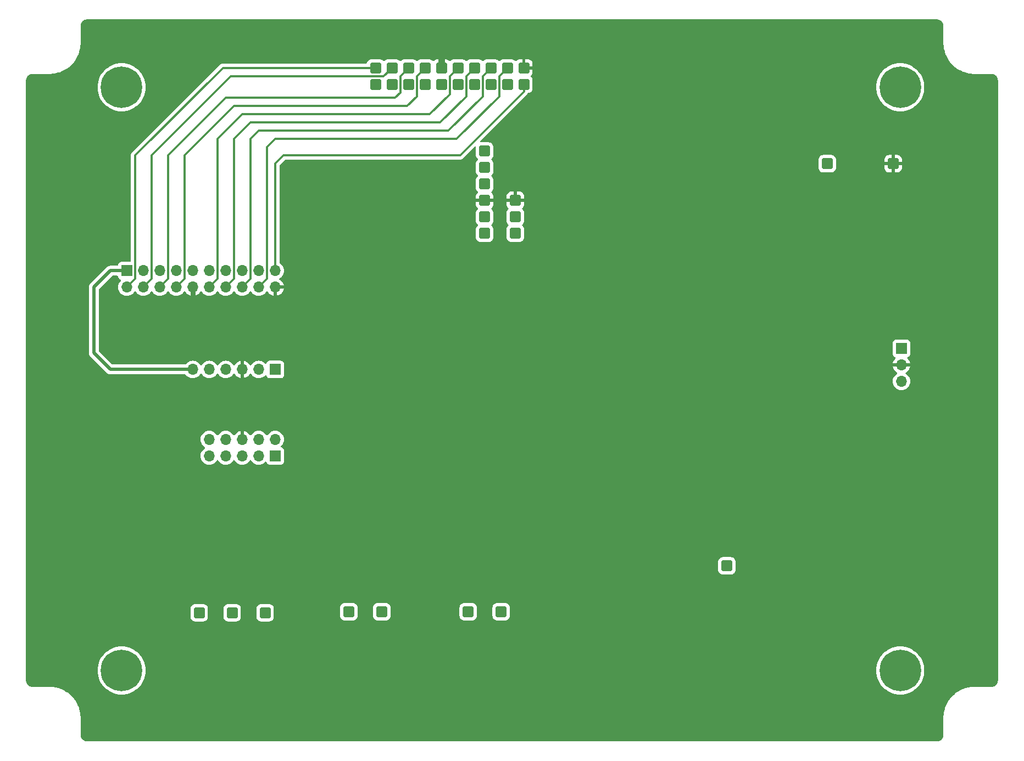
<source format=gbl>
G04 #@! TF.GenerationSoftware,KiCad,Pcbnew,7.0.7-7.0.7~ubuntu22.04.1*
G04 #@! TF.CreationDate,2023-09-16T20:12:51-03:00*
G04 #@! TF.ProjectId,EQfixture,45516669-7874-4757-9265-2e6b69636164,rev?*
G04 #@! TF.SameCoordinates,Original*
G04 #@! TF.FileFunction,Copper,L2,Bot*
G04 #@! TF.FilePolarity,Positive*
%FSLAX46Y46*%
G04 Gerber Fmt 4.6, Leading zero omitted, Abs format (unit mm)*
G04 Created by KiCad (PCBNEW 7.0.7-7.0.7~ubuntu22.04.1) date 2023-09-16 20:12:51*
%MOMM*%
%LPD*%
G01*
G04 APERTURE LIST*
G04 Aperture macros list*
%AMRoundRect*
0 Rectangle with rounded corners*
0 $1 Rounding radius*
0 $2 $3 $4 $5 $6 $7 $8 $9 X,Y pos of 4 corners*
0 Add a 4 corners polygon primitive as box body*
4,1,4,$2,$3,$4,$5,$6,$7,$8,$9,$2,$3,0*
0 Add four circle primitives for the rounded corners*
1,1,$1+$1,$2,$3*
1,1,$1+$1,$4,$5*
1,1,$1+$1,$6,$7*
1,1,$1+$1,$8,$9*
0 Add four rect primitives between the rounded corners*
20,1,$1+$1,$2,$3,$4,$5,0*
20,1,$1+$1,$4,$5,$6,$7,0*
20,1,$1+$1,$6,$7,$8,$9,0*
20,1,$1+$1,$8,$9,$2,$3,0*%
G04 Aperture macros list end*
G04 #@! TA.AperFunction,ComponentPad*
%ADD10C,6.400000*%
G04 #@! TD*
G04 #@! TA.AperFunction,ComponentPad*
%ADD11RoundRect,0.278871X-0.571129X-0.571129X0.571129X-0.571129X0.571129X0.571129X-0.571129X0.571129X0*%
G04 #@! TD*
G04 #@! TA.AperFunction,ComponentPad*
%ADD12R,1.700000X1.700000*%
G04 #@! TD*
G04 #@! TA.AperFunction,ComponentPad*
%ADD13O,1.700000X1.700000*%
G04 #@! TD*
G04 #@! TA.AperFunction,Conductor*
%ADD14C,1.016000*%
G04 #@! TD*
G04 #@! TA.AperFunction,Conductor*
%ADD15C,0.250000*%
G04 #@! TD*
G04 #@! TA.AperFunction,Conductor*
%ADD16C,0.762000*%
G04 #@! TD*
G04 #@! TA.AperFunction,Conductor*
%ADD17C,0.304800*%
G04 #@! TD*
G04 #@! TA.AperFunction,Conductor*
%ADD18C,0.508000*%
G04 #@! TD*
G04 APERTURE END LIST*
D10*
X209535000Y-133785000D03*
X209535000Y-43785000D03*
X89535000Y-43785000D03*
X89535000Y-133785000D03*
D11*
X148984000Y-40788000D03*
X136284000Y-40788000D03*
X145481340Y-56175320D03*
X136284000Y-43328000D03*
X150210000Y-61230000D03*
X106566000Y-124862000D03*
X145481340Y-61255320D03*
X131204000Y-43328000D03*
X138824000Y-40788000D03*
X145481340Y-66335320D03*
X129630000Y-124710000D03*
X145481340Y-58715320D03*
X141364000Y-43328000D03*
X198290000Y-55590000D03*
X182810000Y-117640000D03*
X150210000Y-66310000D03*
X128664000Y-40788000D03*
X128664000Y-43328000D03*
X151524000Y-40788000D03*
X146444000Y-40788000D03*
X143904000Y-43328000D03*
X145481340Y-63795320D03*
X133744000Y-43328000D03*
X142956000Y-124710000D03*
X138824000Y-43328000D03*
X145481340Y-53635320D03*
X151524000Y-43328000D03*
X131204000Y-40788000D03*
X143904000Y-40788000D03*
X111646000Y-124862000D03*
X124550000Y-124710000D03*
X101486000Y-124862000D03*
X146444000Y-43328000D03*
X150210000Y-63770000D03*
X141364000Y-40788000D03*
X148984000Y-43328000D03*
X208450000Y-55590000D03*
X148036000Y-124710000D03*
X133744000Y-40788000D03*
D12*
X113195000Y-100670000D03*
D13*
X113195000Y-98130000D03*
X110655000Y-100670000D03*
X110655000Y-98130000D03*
X108115000Y-100670000D03*
X108115000Y-98130000D03*
X105575000Y-100670000D03*
X105575000Y-98130000D03*
X103035000Y-100670000D03*
X103035000Y-98130000D03*
D12*
X209715000Y-84070000D03*
D13*
X209715000Y-86610000D03*
X209715000Y-89150000D03*
D12*
X90335000Y-72095000D03*
D13*
X90335000Y-74635000D03*
X92875000Y-72095000D03*
X92875000Y-74635000D03*
X95415000Y-72095000D03*
X95415000Y-74635000D03*
X97955000Y-72095000D03*
X97955000Y-74635000D03*
X100495000Y-72095000D03*
X100495000Y-74635000D03*
X103035000Y-72095000D03*
X103035000Y-74635000D03*
X105575000Y-72095000D03*
X105575000Y-74635000D03*
X108115000Y-72095000D03*
X108115000Y-74635000D03*
X110655000Y-72095000D03*
X110655000Y-74635000D03*
X113195000Y-72095000D03*
X113195000Y-74635000D03*
D12*
X113195000Y-87335000D03*
D13*
X110655000Y-87335000D03*
X108115000Y-87335000D03*
X105575000Y-87335000D03*
X103035000Y-87335000D03*
X100495000Y-87335000D03*
D14*
X138824000Y-40788000D02*
X138824000Y-37144000D01*
X138824000Y-37144000D02*
X138780000Y-37100000D01*
D15*
X138824000Y-40788000D02*
X138595000Y-40559000D01*
D16*
X100495000Y-74635000D02*
X100495000Y-77175000D01*
D17*
X91605000Y-73365000D02*
X90335000Y-74635000D01*
X105132000Y-40788000D02*
X91605000Y-54315000D01*
X91605000Y-54315000D02*
X91605000Y-73365000D01*
X128664000Y-40788000D02*
X105132000Y-40788000D01*
X94145000Y-73365000D02*
X92875000Y-74635000D01*
X131204000Y-40788000D02*
X129919800Y-42072200D01*
X94145000Y-54315000D02*
X94145000Y-73365000D01*
X106387800Y-42072200D02*
X94145000Y-54315000D01*
X129919800Y-42072200D02*
X106387800Y-42072200D01*
X96685000Y-54315000D02*
X96685000Y-73365000D01*
X131674130Y-45425000D02*
X105575000Y-45425000D01*
X132473600Y-44625530D02*
X131674130Y-45425000D01*
X133744000Y-40788000D02*
X132473600Y-42058400D01*
X105575000Y-45425000D02*
X96685000Y-54315000D01*
X132473600Y-42058400D02*
X132473600Y-44625530D01*
X96685000Y-73365000D02*
X95415000Y-74635000D01*
X106845000Y-46695000D02*
X133515000Y-46695000D01*
X135013600Y-45196400D02*
X135013600Y-42058400D01*
X99225000Y-54315000D02*
X106845000Y-46695000D01*
X97955000Y-74635000D02*
X99225000Y-73365000D01*
X135013600Y-42058400D02*
X136284000Y-40788000D01*
X133515000Y-46695000D02*
X135013600Y-45196400D01*
X99225000Y-73365000D02*
X99225000Y-54315000D01*
X137007500Y-47965000D02*
X140093600Y-44878900D01*
X104305000Y-73365000D02*
X104305000Y-51775000D01*
X140093600Y-42058400D02*
X141364000Y-40788000D01*
X104305000Y-51775000D02*
X108115000Y-47965000D01*
X108115000Y-47965000D02*
X137007500Y-47965000D01*
X103035000Y-74635000D02*
X104305000Y-73365000D01*
X140093600Y-44878900D02*
X140093600Y-42058400D01*
X106845000Y-51775000D02*
X109385000Y-49235000D01*
X142633600Y-42058400D02*
X143904000Y-40788000D01*
X105575000Y-74635000D02*
X106845000Y-73365000D01*
X138595000Y-49235000D02*
X142633600Y-45196400D01*
X106845000Y-73365000D02*
X106845000Y-51775000D01*
X109385000Y-49235000D02*
X138595000Y-49235000D01*
X142633600Y-45196400D02*
X142633600Y-42058400D01*
X108115000Y-74635000D02*
X109385000Y-73365000D01*
X139915800Y-50505000D02*
X145173600Y-45247200D01*
X109385000Y-73365000D02*
X109385000Y-51775000D01*
X110655000Y-50505000D02*
X139915800Y-50505000D01*
X145173600Y-45247200D02*
X145173600Y-42058400D01*
X145173600Y-42058400D02*
X146444000Y-40788000D01*
X109385000Y-51775000D02*
X110655000Y-50505000D01*
X141135000Y-51775000D02*
X147713600Y-45196400D01*
X111925000Y-73365000D02*
X111925000Y-53045000D01*
X147713600Y-42058400D02*
X148984000Y-40788000D01*
X111925000Y-53045000D02*
X113195000Y-51775000D01*
X110655000Y-74635000D02*
X111925000Y-73365000D01*
X147713600Y-45196400D02*
X147713600Y-42058400D01*
X113195000Y-51775000D02*
X141135000Y-51775000D01*
X114465000Y-54315000D02*
X141665500Y-54315000D01*
X113195000Y-72095000D02*
X113195000Y-55585000D01*
X113195000Y-55585000D02*
X114465000Y-54315000D01*
X141701000Y-54279500D02*
X141701000Y-54245000D01*
X141701000Y-54245000D02*
X151524000Y-44422000D01*
X151524000Y-44422000D02*
X151524000Y-43328000D01*
X141665500Y-54315000D02*
X141701000Y-54279500D01*
D18*
X87795000Y-72095000D02*
X85255000Y-74635000D01*
X87795000Y-87335000D02*
X100495000Y-87335000D01*
X85255000Y-74635000D02*
X85255000Y-84795000D01*
X90335000Y-72095000D02*
X87795000Y-72095000D01*
X85255000Y-84795000D02*
X87795000Y-87335000D01*
G04 #@! TA.AperFunction,Conductor*
G36*
X215217946Y-33317341D02*
G01*
X215218793Y-33317414D01*
X215260746Y-33321079D01*
X215382087Y-33333015D01*
X215401996Y-33336635D01*
X215467065Y-33354062D01*
X215557110Y-33381367D01*
X215573496Y-33387635D01*
X215639174Y-33418254D01*
X215642159Y-33419745D01*
X215723430Y-33463177D01*
X215729771Y-33467072D01*
X215794260Y-33512221D01*
X215798026Y-33515077D01*
X215798085Y-33515126D01*
X215867958Y-33572463D01*
X215872470Y-33576552D01*
X215928492Y-33632569D01*
X215932581Y-33637081D01*
X215989979Y-33707018D01*
X215992840Y-33710789D01*
X216037991Y-33775269D01*
X216041881Y-33781602D01*
X216085316Y-33862864D01*
X216086814Y-33865861D01*
X216117431Y-33931520D01*
X216123708Y-33947927D01*
X216151012Y-34037943D01*
X216156380Y-34057980D01*
X216168432Y-34102965D01*
X216172064Y-34122953D01*
X216184478Y-34249563D01*
X216187684Y-34286240D01*
X216187920Y-34291642D01*
X216187919Y-36941677D01*
X216187994Y-36942431D01*
X216187997Y-37138788D01*
X216209396Y-37383351D01*
X216213038Y-37462080D01*
X216217552Y-37476558D01*
X216224436Y-37555233D01*
X216224437Y-37555233D01*
X216249110Y-37695160D01*
X216272544Y-37828052D01*
X216281410Y-37891608D01*
X216285503Y-37901541D01*
X216297031Y-37966914D01*
X216378558Y-38271169D01*
X216388459Y-38313262D01*
X216391304Y-38318737D01*
X216405229Y-38370702D01*
X216529440Y-38711965D01*
X216533336Y-38723586D01*
X216534111Y-38724798D01*
X216548210Y-38763532D01*
X216548210Y-38763533D01*
X216724873Y-39142385D01*
X216724874Y-39142386D01*
X216724875Y-39142388D01*
X216903764Y-39452232D01*
X216933895Y-39504421D01*
X217173661Y-39846844D01*
X217173665Y-39846849D01*
X217428529Y-40150587D01*
X217442366Y-40167078D01*
X217442365Y-40167078D01*
X217737961Y-40462679D01*
X218058190Y-40731389D01*
X218400622Y-40971168D01*
X218525753Y-41043415D01*
X218762647Y-41180191D01*
X219141508Y-41356866D01*
X219141508Y-41356865D01*
X219141510Y-41356866D01*
X219180231Y-41370960D01*
X219181149Y-41371635D01*
X219192991Y-41375604D01*
X219372378Y-41440900D01*
X219534330Y-41499849D01*
X219534329Y-41499849D01*
X219586286Y-41513772D01*
X219590446Y-41516307D01*
X219633811Y-41526507D01*
X219879981Y-41592474D01*
X219938124Y-41608055D01*
X219983968Y-41616139D01*
X220003488Y-41619581D01*
X220011088Y-41623348D01*
X220076954Y-41632537D01*
X220298368Y-41671585D01*
X220349804Y-41680656D01*
X220384596Y-41683700D01*
X220428432Y-41687536D01*
X220439628Y-41691916D01*
X220521683Y-41695697D01*
X220687974Y-41710250D01*
X220766237Y-41717100D01*
X220766258Y-41717100D01*
X220950492Y-41717104D01*
X220950499Y-41717106D01*
X223613034Y-41717106D01*
X223618458Y-41717343D01*
X223657359Y-41720762D01*
X223783091Y-41733174D01*
X223803148Y-41736839D01*
X223868358Y-41754412D01*
X223959073Y-41782092D01*
X223975542Y-41788431D01*
X224041420Y-41819350D01*
X224044387Y-41820843D01*
X224126185Y-41864862D01*
X224132507Y-41868774D01*
X224197141Y-41914372D01*
X224200900Y-41917248D01*
X224271120Y-41975347D01*
X224275641Y-41979479D01*
X224331653Y-42036007D01*
X224335744Y-42040566D01*
X224393177Y-42111293D01*
X224396035Y-42115103D01*
X224441022Y-42180128D01*
X224444902Y-42186530D01*
X224488142Y-42268678D01*
X224489637Y-42271717D01*
X224502297Y-42299347D01*
X224519922Y-42337814D01*
X224526119Y-42354364D01*
X224552972Y-42445346D01*
X224569931Y-42510661D01*
X224573419Y-42530794D01*
X224584850Y-42658781D01*
X224587713Y-42695199D01*
X224587901Y-42700681D01*
X224587450Y-42745794D01*
X224587921Y-42750270D01*
X224587921Y-135327066D01*
X224587685Y-135332471D01*
X224583945Y-135375227D01*
X224571997Y-135496565D01*
X224568370Y-135516504D01*
X224550934Y-135581579D01*
X224523636Y-135671574D01*
X224517357Y-135687985D01*
X224486739Y-135753647D01*
X224485227Y-135756672D01*
X224441813Y-135837897D01*
X224437917Y-135844239D01*
X224392761Y-135908726D01*
X224389900Y-135912498D01*
X224332524Y-135982410D01*
X224328435Y-135986922D01*
X224272410Y-136042945D01*
X224267900Y-136047033D01*
X224197991Y-136104406D01*
X224194218Y-136107268D01*
X224129728Y-136152423D01*
X224123386Y-136156319D01*
X224042135Y-136199746D01*
X224039110Y-136201258D01*
X223973485Y-136231858D01*
X223957076Y-136238135D01*
X223867052Y-136265442D01*
X223801984Y-136282874D01*
X223782054Y-136286500D01*
X223661665Y-136298362D01*
X223617793Y-136302199D01*
X223612389Y-136302435D01*
X221026632Y-136302435D01*
X221026584Y-136302421D01*
X220975256Y-136302421D01*
X220766241Y-136302422D01*
X220766236Y-136302423D01*
X220519549Y-136324007D01*
X220441744Y-136327605D01*
X220427425Y-136332068D01*
X220426854Y-136332118D01*
X220349789Y-136338861D01*
X220307988Y-136346231D01*
X220074578Y-136387389D01*
X220012158Y-136396097D01*
X220002392Y-136400118D01*
X219977715Y-136404469D01*
X219938101Y-136411455D01*
X219640150Y-136491293D01*
X219631125Y-136493712D01*
X219590426Y-136503284D01*
X219585130Y-136506036D01*
X219553208Y-136514590D01*
X219534308Y-136519655D01*
X219534305Y-136519656D01*
X219534304Y-136519656D01*
X219189799Y-136645046D01*
X219180037Y-136648318D01*
X219179006Y-136648975D01*
X219141480Y-136662634D01*
X218762609Y-136839307D01*
X218400578Y-137048328D01*
X218400579Y-137048327D01*
X218058147Y-137288101D01*
X218058141Y-137288106D01*
X217913349Y-137409602D01*
X217737910Y-137556813D01*
X217737911Y-137556813D01*
X217737906Y-137556817D01*
X217590109Y-137704613D01*
X217442314Y-137852409D01*
X217442315Y-137852409D01*
X217442308Y-137852416D01*
X217288322Y-138035928D01*
X217173598Y-138172651D01*
X217173599Y-138172651D01*
X216933824Y-138515085D01*
X216933821Y-138515089D01*
X216933821Y-138515090D01*
X216724823Y-138877085D01*
X216724800Y-138877124D01*
X216724799Y-138877125D01*
X216636284Y-139066946D01*
X216548129Y-139255993D01*
X216534467Y-139293528D01*
X216533897Y-139294301D01*
X216530544Y-139304305D01*
X216405150Y-139648821D01*
X216391532Y-139699641D01*
X216389081Y-139703662D01*
X216379215Y-139745612D01*
X216296953Y-140052610D01*
X216296953Y-140052611D01*
X216285614Y-140116914D01*
X216281915Y-140124375D01*
X216272889Y-140189079D01*
X216224359Y-140464303D01*
X216218534Y-140530875D01*
X216217565Y-140541952D01*
X216213258Y-140552960D01*
X216209507Y-140634050D01*
X216187922Y-140880749D01*
X216187922Y-140880750D01*
X216187921Y-141079669D01*
X216187920Y-141079683D01*
X216187920Y-143727074D01*
X216187684Y-143732480D01*
X216183950Y-143775161D01*
X216171997Y-143896563D01*
X216168370Y-143916504D01*
X216150934Y-143981579D01*
X216123636Y-144071574D01*
X216117357Y-144087985D01*
X216086739Y-144153647D01*
X216085227Y-144156672D01*
X216041813Y-144237897D01*
X216037917Y-144244239D01*
X215992761Y-144308726D01*
X215989900Y-144312498D01*
X215932524Y-144382410D01*
X215928435Y-144386922D01*
X215872410Y-144442945D01*
X215867900Y-144447033D01*
X215797991Y-144504406D01*
X215794218Y-144507268D01*
X215729728Y-144552423D01*
X215723386Y-144556319D01*
X215642135Y-144599746D01*
X215639110Y-144601258D01*
X215573485Y-144631858D01*
X215557076Y-144638135D01*
X215467052Y-144665442D01*
X215401984Y-144682874D01*
X215382054Y-144686500D01*
X215261665Y-144698362D01*
X215217793Y-144702199D01*
X215212389Y-144702435D01*
X84227119Y-144702435D01*
X84227116Y-144702434D01*
X84177975Y-144702434D01*
X84172559Y-144702197D01*
X84129728Y-144698444D01*
X84008473Y-144686484D01*
X83988537Y-144682854D01*
X83923478Y-144665414D01*
X83833469Y-144638100D01*
X83817064Y-144631821D01*
X83751434Y-144601210D01*
X83748413Y-144599699D01*
X83708178Y-144578189D01*
X83667173Y-144556268D01*
X83660839Y-144552376D01*
X83596361Y-144507221D01*
X83592591Y-144504360D01*
X83545694Y-144465870D01*
X83522668Y-144446971D01*
X83518164Y-144442887D01*
X83496117Y-144420838D01*
X83462151Y-144386869D01*
X83458083Y-144382382D01*
X83400689Y-144312442D01*
X83397829Y-144308673D01*
X83384988Y-144290334D01*
X83352674Y-144244183D01*
X83348790Y-144237858D01*
X83305371Y-144156627D01*
X83303859Y-144153603D01*
X83298837Y-144142833D01*
X83273245Y-144087953D01*
X83266972Y-144071558D01*
X83239671Y-143981572D01*
X83222216Y-143916435D01*
X83218593Y-143896547D01*
X83207077Y-143780155D01*
X83202903Y-143732480D01*
X83202827Y-143731612D01*
X83202592Y-143726218D01*
X83202592Y-141141206D01*
X83202665Y-141140957D01*
X83202666Y-141089770D01*
X83202669Y-140880748D01*
X83180959Y-140632575D01*
X83177393Y-140555423D01*
X83172968Y-140541220D01*
X83166239Y-140464293D01*
X83117416Y-140187393D01*
X83108824Y-140125785D01*
X83104855Y-140116144D01*
X83093652Y-140052607D01*
X83010884Y-139743702D01*
X83001548Y-139704009D01*
X82998863Y-139698837D01*
X82985455Y-139648795D01*
X82859251Y-139302047D01*
X82856408Y-139293567D01*
X82855837Y-139292670D01*
X82847127Y-139268740D01*
X82842477Y-139255961D01*
X82842477Y-139255962D01*
X82665806Y-138877087D01*
X82456779Y-138515042D01*
X82456779Y-138515043D01*
X82217001Y-138172606D01*
X82217000Y-138172605D01*
X81948283Y-137852365D01*
X81948283Y-137852364D01*
X81800480Y-137704564D01*
X81652680Y-137556766D01*
X81332436Y-137288055D01*
X81332437Y-137288055D01*
X80989994Y-137048280D01*
X80989994Y-137048281D01*
X80989990Y-137048278D01*
X80627950Y-136839261D01*
X80627947Y-136839259D01*
X80249074Y-136662596D01*
X80212353Y-136649231D01*
X80211678Y-136648734D01*
X80202932Y-136645802D01*
X79856232Y-136519623D01*
X79806186Y-136506214D01*
X79802258Y-136503820D01*
X79761273Y-136494181D01*
X79452430Y-136411434D01*
X79419539Y-136405635D01*
X79388883Y-136400230D01*
X79381509Y-136396576D01*
X79317593Y-136387661D01*
X79092023Y-136347893D01*
X79040734Y-136338851D01*
X79040731Y-136338850D01*
X79040727Y-136338850D01*
X79040726Y-136338850D01*
X78963762Y-136332118D01*
X78952883Y-136327862D01*
X78872465Y-136324133D01*
X78653891Y-136305018D01*
X78624278Y-136302428D01*
X78624276Y-136302428D01*
X78415256Y-136302434D01*
X78363402Y-136302434D01*
X78363393Y-136302435D01*
X75827119Y-136302435D01*
X75827116Y-136302434D01*
X75777975Y-136302434D01*
X75772559Y-136302197D01*
X75729728Y-136298444D01*
X75608473Y-136286484D01*
X75588537Y-136282854D01*
X75523478Y-136265414D01*
X75433469Y-136238100D01*
X75417064Y-136231821D01*
X75351434Y-136201210D01*
X75348413Y-136199699D01*
X75308178Y-136178189D01*
X75267173Y-136156268D01*
X75260839Y-136152376D01*
X75196361Y-136107221D01*
X75192591Y-136104360D01*
X75145694Y-136065870D01*
X75122668Y-136046971D01*
X75118164Y-136042887D01*
X75096117Y-136020838D01*
X75062151Y-135986869D01*
X75058083Y-135982382D01*
X75000689Y-135912442D01*
X74997829Y-135908673D01*
X74984988Y-135890334D01*
X74952674Y-135844183D01*
X74948790Y-135837858D01*
X74905371Y-135756627D01*
X74903859Y-135753603D01*
X74898837Y-135742833D01*
X74873245Y-135687953D01*
X74866972Y-135671558D01*
X74839671Y-135581572D01*
X74822216Y-135516435D01*
X74818593Y-135496547D01*
X74807077Y-135380155D01*
X74802902Y-135332471D01*
X74802827Y-135331612D01*
X74802592Y-135326218D01*
X74802592Y-133785000D01*
X85829422Y-133785000D01*
X85849722Y-134172339D01*
X85910397Y-134555427D01*
X85910397Y-134555429D01*
X86010788Y-134930094D01*
X86149787Y-135292197D01*
X86325877Y-135637793D01*
X86537122Y-135963082D01*
X86706401Y-136172124D01*
X86781219Y-136264516D01*
X87055484Y-136538781D01*
X87055488Y-136538784D01*
X87356917Y-136782877D01*
X87682206Y-136994122D01*
X87682211Y-136994125D01*
X88027806Y-137170214D01*
X88389913Y-137309214D01*
X88764567Y-137409602D01*
X89147662Y-137470278D01*
X89513576Y-137489455D01*
X89534999Y-137490578D01*
X89535000Y-137490578D01*
X89535001Y-137490578D01*
X89555300Y-137489514D01*
X89922338Y-137470278D01*
X90305433Y-137409602D01*
X90680087Y-137309214D01*
X91042194Y-137170214D01*
X91387789Y-136994125D01*
X91713084Y-136782876D01*
X92014516Y-136538781D01*
X92288781Y-136264516D01*
X92532876Y-135963084D01*
X92744125Y-135637789D01*
X92920214Y-135292194D01*
X93059214Y-134930087D01*
X93159602Y-134555433D01*
X93220278Y-134172338D01*
X93240578Y-133785000D01*
X205829422Y-133785000D01*
X205849722Y-134172339D01*
X205910397Y-134555427D01*
X205910397Y-134555429D01*
X206010788Y-134930094D01*
X206149787Y-135292197D01*
X206325877Y-135637793D01*
X206537122Y-135963082D01*
X206706401Y-136172124D01*
X206781219Y-136264516D01*
X207055484Y-136538781D01*
X207055488Y-136538784D01*
X207356917Y-136782877D01*
X207682206Y-136994122D01*
X207682211Y-136994125D01*
X208027806Y-137170214D01*
X208389913Y-137309214D01*
X208764567Y-137409602D01*
X209147662Y-137470278D01*
X209513576Y-137489455D01*
X209534999Y-137490578D01*
X209535000Y-137490578D01*
X209535001Y-137490578D01*
X209555300Y-137489514D01*
X209922338Y-137470278D01*
X210305433Y-137409602D01*
X210680087Y-137309214D01*
X211042194Y-137170214D01*
X211387789Y-136994125D01*
X211713084Y-136782876D01*
X212014516Y-136538781D01*
X212288781Y-136264516D01*
X212532876Y-135963084D01*
X212744125Y-135637789D01*
X212920214Y-135292194D01*
X213059214Y-134930087D01*
X213159602Y-134555433D01*
X213220278Y-134172338D01*
X213240578Y-133785000D01*
X213220278Y-133397662D01*
X213159602Y-133014567D01*
X213059214Y-132639913D01*
X212920214Y-132277806D01*
X212744125Y-131932211D01*
X212532876Y-131606916D01*
X212288781Y-131305484D01*
X212014516Y-131031219D01*
X211713084Y-130787124D01*
X211713082Y-130787122D01*
X211387793Y-130575877D01*
X211042197Y-130399787D01*
X210680094Y-130260788D01*
X210680087Y-130260786D01*
X210305433Y-130160398D01*
X210305429Y-130160397D01*
X210305428Y-130160397D01*
X209922339Y-130099722D01*
X209535001Y-130079422D01*
X209534999Y-130079422D01*
X209147660Y-130099722D01*
X208764572Y-130160397D01*
X208764570Y-130160397D01*
X208389905Y-130260788D01*
X208027802Y-130399787D01*
X207682206Y-130575877D01*
X207356917Y-130787122D01*
X207055488Y-131031215D01*
X207055480Y-131031222D01*
X206781222Y-131305480D01*
X206781215Y-131305488D01*
X206537122Y-131606917D01*
X206325877Y-131932206D01*
X206149787Y-132277802D01*
X206010788Y-132639905D01*
X205910397Y-133014570D01*
X205910397Y-133014572D01*
X205849722Y-133397660D01*
X205829422Y-133784999D01*
X205829422Y-133785000D01*
X93240578Y-133785000D01*
X93220278Y-133397662D01*
X93159602Y-133014567D01*
X93059214Y-132639913D01*
X92920214Y-132277806D01*
X92744125Y-131932211D01*
X92532876Y-131606916D01*
X92288781Y-131305484D01*
X92014516Y-131031219D01*
X91713084Y-130787124D01*
X91713082Y-130787122D01*
X91387793Y-130575877D01*
X91042197Y-130399787D01*
X90680094Y-130260788D01*
X90680087Y-130260786D01*
X90305433Y-130160398D01*
X90305429Y-130160397D01*
X90305428Y-130160397D01*
X89922339Y-130099722D01*
X89535001Y-130079422D01*
X89534999Y-130079422D01*
X89147660Y-130099722D01*
X88764572Y-130160397D01*
X88764570Y-130160397D01*
X88389905Y-130260788D01*
X88027802Y-130399787D01*
X87682206Y-130575877D01*
X87356917Y-130787122D01*
X87055488Y-131031215D01*
X87055480Y-131031222D01*
X86781222Y-131305480D01*
X86781215Y-131305488D01*
X86537122Y-131606917D01*
X86325877Y-131932206D01*
X86149787Y-132277802D01*
X86010788Y-132639905D01*
X85910397Y-133014570D01*
X85910397Y-133014572D01*
X85849722Y-133397660D01*
X85829422Y-133784999D01*
X85829422Y-133785000D01*
X74802592Y-133785000D01*
X74802592Y-125476908D01*
X100135500Y-125476908D01*
X100150230Y-125607647D01*
X100150233Y-125607660D01*
X100208236Y-125773421D01*
X100208237Y-125773425D01*
X100301678Y-125922134D01*
X100425866Y-126046322D01*
X100481134Y-126081049D01*
X100574574Y-126139762D01*
X100574578Y-126139763D01*
X100740339Y-126197766D01*
X100740345Y-126197767D01*
X100740347Y-126197768D01*
X100740348Y-126197768D01*
X100740352Y-126197769D01*
X100828456Y-126207695D01*
X100871092Y-126212499D01*
X100871095Y-126212500D01*
X100871098Y-126212500D01*
X102100905Y-126212500D01*
X102100906Y-126212499D01*
X102166277Y-126205133D01*
X102231647Y-126197769D01*
X102231649Y-126197768D01*
X102231653Y-126197768D01*
X102231656Y-126197766D01*
X102231660Y-126197766D01*
X102319396Y-126167065D01*
X102397425Y-126139762D01*
X102546134Y-126046322D01*
X102670322Y-125922134D01*
X102763762Y-125773425D01*
X102816949Y-125621425D01*
X102821766Y-125607660D01*
X102821769Y-125607647D01*
X102836499Y-125476908D01*
X105215500Y-125476908D01*
X105230230Y-125607647D01*
X105230233Y-125607660D01*
X105288236Y-125773421D01*
X105288237Y-125773425D01*
X105381678Y-125922134D01*
X105505866Y-126046322D01*
X105561134Y-126081049D01*
X105654574Y-126139762D01*
X105654578Y-126139763D01*
X105820339Y-126197766D01*
X105820345Y-126197767D01*
X105820347Y-126197768D01*
X105820348Y-126197768D01*
X105820352Y-126197769D01*
X105908456Y-126207695D01*
X105951092Y-126212499D01*
X105951095Y-126212500D01*
X105951098Y-126212500D01*
X107180905Y-126212500D01*
X107180906Y-126212499D01*
X107246277Y-126205133D01*
X107311647Y-126197769D01*
X107311649Y-126197768D01*
X107311653Y-126197768D01*
X107311656Y-126197766D01*
X107311660Y-126197766D01*
X107399396Y-126167065D01*
X107477425Y-126139762D01*
X107626134Y-126046322D01*
X107750322Y-125922134D01*
X107843762Y-125773425D01*
X107896949Y-125621425D01*
X107901766Y-125607660D01*
X107901769Y-125607647D01*
X107916499Y-125476908D01*
X110295500Y-125476908D01*
X110310230Y-125607647D01*
X110310233Y-125607660D01*
X110368236Y-125773421D01*
X110368237Y-125773425D01*
X110461678Y-125922133D01*
X110461678Y-125922134D01*
X110585866Y-126046322D01*
X110641134Y-126081049D01*
X110734574Y-126139762D01*
X110734578Y-126139763D01*
X110900339Y-126197766D01*
X110900345Y-126197767D01*
X110900347Y-126197768D01*
X110900348Y-126197768D01*
X110900352Y-126197769D01*
X110988456Y-126207695D01*
X111031092Y-126212499D01*
X111031095Y-126212500D01*
X111031098Y-126212500D01*
X112260905Y-126212500D01*
X112260906Y-126212499D01*
X112326277Y-126205133D01*
X112391647Y-126197769D01*
X112391649Y-126197768D01*
X112391653Y-126197768D01*
X112391656Y-126197766D01*
X112391660Y-126197766D01*
X112479396Y-126167065D01*
X112557425Y-126139762D01*
X112706134Y-126046322D01*
X112830322Y-125922134D01*
X112923762Y-125773425D01*
X112976949Y-125621425D01*
X112981766Y-125607660D01*
X112981769Y-125607647D01*
X112996499Y-125476908D01*
X112996500Y-125476904D01*
X112996500Y-125324908D01*
X123199500Y-125324908D01*
X123214230Y-125455647D01*
X123214233Y-125455660D01*
X123272236Y-125621421D01*
X123272237Y-125621425D01*
X123365677Y-125770133D01*
X123365678Y-125770134D01*
X123489866Y-125894322D01*
X123534129Y-125922134D01*
X123638574Y-125987762D01*
X123638578Y-125987763D01*
X123804339Y-126045766D01*
X123804345Y-126045767D01*
X123804347Y-126045768D01*
X123804348Y-126045768D01*
X123804352Y-126045769D01*
X123892456Y-126055695D01*
X123935092Y-126060499D01*
X123935095Y-126060500D01*
X123935098Y-126060500D01*
X125164905Y-126060500D01*
X125164906Y-126060499D01*
X125230277Y-126053133D01*
X125295647Y-126045769D01*
X125295649Y-126045768D01*
X125295653Y-126045768D01*
X125295656Y-126045766D01*
X125295660Y-126045766D01*
X125383396Y-126015065D01*
X125461425Y-125987762D01*
X125610134Y-125894322D01*
X125734322Y-125770134D01*
X125827762Y-125621425D01*
X125885768Y-125455653D01*
X125900499Y-125324908D01*
X128279500Y-125324908D01*
X128294230Y-125455647D01*
X128294233Y-125455660D01*
X128352236Y-125621421D01*
X128352237Y-125621425D01*
X128445678Y-125770133D01*
X128445678Y-125770134D01*
X128569866Y-125894322D01*
X128614129Y-125922134D01*
X128718574Y-125987762D01*
X128718578Y-125987763D01*
X128884339Y-126045766D01*
X128884345Y-126045767D01*
X128884347Y-126045768D01*
X128884348Y-126045768D01*
X128884352Y-126045769D01*
X128972456Y-126055695D01*
X129015092Y-126060499D01*
X129015095Y-126060500D01*
X129015098Y-126060500D01*
X130244905Y-126060500D01*
X130244906Y-126060499D01*
X130310277Y-126053133D01*
X130375647Y-126045769D01*
X130375649Y-126045768D01*
X130375653Y-126045768D01*
X130375656Y-126045766D01*
X130375660Y-126045766D01*
X130463396Y-126015065D01*
X130541425Y-125987762D01*
X130690134Y-125894322D01*
X130814322Y-125770134D01*
X130907762Y-125621425D01*
X130965768Y-125455653D01*
X130980499Y-125324908D01*
X141605500Y-125324908D01*
X141620230Y-125455647D01*
X141620233Y-125455660D01*
X141678236Y-125621421D01*
X141678237Y-125621425D01*
X141771678Y-125770133D01*
X141771678Y-125770134D01*
X141895866Y-125894322D01*
X141940129Y-125922134D01*
X142044574Y-125987762D01*
X142044578Y-125987763D01*
X142210339Y-126045766D01*
X142210345Y-126045767D01*
X142210347Y-126045768D01*
X142210348Y-126045768D01*
X142210352Y-126045769D01*
X142298456Y-126055695D01*
X142341092Y-126060499D01*
X142341095Y-126060500D01*
X142341098Y-126060500D01*
X143570905Y-126060500D01*
X143570906Y-126060499D01*
X143636277Y-126053133D01*
X143701647Y-126045769D01*
X143701649Y-126045768D01*
X143701653Y-126045768D01*
X143701656Y-126045766D01*
X143701660Y-126045766D01*
X143789396Y-126015065D01*
X143867425Y-125987762D01*
X144016134Y-125894322D01*
X144140322Y-125770134D01*
X144233762Y-125621425D01*
X144291768Y-125455653D01*
X144306499Y-125324908D01*
X146685500Y-125324908D01*
X146700230Y-125455647D01*
X146700233Y-125455660D01*
X146758236Y-125621421D01*
X146758237Y-125621425D01*
X146851677Y-125770133D01*
X146851678Y-125770134D01*
X146975866Y-125894322D01*
X147020129Y-125922134D01*
X147124574Y-125987762D01*
X147124578Y-125987763D01*
X147290339Y-126045766D01*
X147290345Y-126045767D01*
X147290347Y-126045768D01*
X147290348Y-126045768D01*
X147290352Y-126045769D01*
X147378456Y-126055695D01*
X147421092Y-126060499D01*
X147421095Y-126060500D01*
X147421098Y-126060500D01*
X148650905Y-126060500D01*
X148650906Y-126060499D01*
X148716277Y-126053133D01*
X148781647Y-126045769D01*
X148781649Y-126045768D01*
X148781653Y-126045768D01*
X148781656Y-126045766D01*
X148781660Y-126045766D01*
X148869396Y-126015065D01*
X148947425Y-125987762D01*
X149096134Y-125894322D01*
X149220322Y-125770134D01*
X149313762Y-125621425D01*
X149371768Y-125455653D01*
X149386500Y-125324902D01*
X149386500Y-124095098D01*
X149371768Y-123964347D01*
X149371767Y-123964345D01*
X149371766Y-123964339D01*
X149313763Y-123798578D01*
X149313762Y-123798574D01*
X149220321Y-123649865D01*
X149096134Y-123525678D01*
X148947425Y-123432237D01*
X148947421Y-123432236D01*
X148781660Y-123374233D01*
X148781647Y-123374230D01*
X148650908Y-123359500D01*
X148650902Y-123359500D01*
X147421098Y-123359500D01*
X147421091Y-123359500D01*
X147290352Y-123374230D01*
X147290339Y-123374233D01*
X147124578Y-123432236D01*
X147124574Y-123432237D01*
X146975865Y-123525678D01*
X146851678Y-123649865D01*
X146758237Y-123798574D01*
X146758236Y-123798578D01*
X146700233Y-123964339D01*
X146700230Y-123964352D01*
X146685500Y-124095091D01*
X146685500Y-125324908D01*
X144306499Y-125324908D01*
X144306500Y-125324902D01*
X144306500Y-124095098D01*
X144291768Y-123964347D01*
X144291767Y-123964345D01*
X144291766Y-123964339D01*
X144233763Y-123798578D01*
X144233762Y-123798574D01*
X144140321Y-123649865D01*
X144016134Y-123525678D01*
X143867425Y-123432237D01*
X143867421Y-123432236D01*
X143701660Y-123374233D01*
X143701647Y-123374230D01*
X143570908Y-123359500D01*
X143570902Y-123359500D01*
X142341098Y-123359500D01*
X142341091Y-123359500D01*
X142210352Y-123374230D01*
X142210339Y-123374233D01*
X142044578Y-123432236D01*
X142044574Y-123432237D01*
X141895865Y-123525678D01*
X141771678Y-123649865D01*
X141678237Y-123798574D01*
X141678236Y-123798578D01*
X141620233Y-123964339D01*
X141620230Y-123964352D01*
X141605500Y-124095091D01*
X141605500Y-125324908D01*
X130980499Y-125324908D01*
X130980500Y-125324902D01*
X130980500Y-124095098D01*
X130965768Y-123964347D01*
X130965767Y-123964345D01*
X130965766Y-123964339D01*
X130907763Y-123798578D01*
X130907762Y-123798574D01*
X130814321Y-123649865D01*
X130690134Y-123525678D01*
X130541425Y-123432237D01*
X130541421Y-123432236D01*
X130375660Y-123374233D01*
X130375647Y-123374230D01*
X130244908Y-123359500D01*
X130244902Y-123359500D01*
X129015098Y-123359500D01*
X129015091Y-123359500D01*
X128884352Y-123374230D01*
X128884339Y-123374233D01*
X128718578Y-123432236D01*
X128718574Y-123432237D01*
X128569865Y-123525678D01*
X128445678Y-123649865D01*
X128352237Y-123798574D01*
X128352236Y-123798578D01*
X128294233Y-123964339D01*
X128294230Y-123964352D01*
X128279500Y-124095091D01*
X128279500Y-125324908D01*
X125900499Y-125324908D01*
X125900500Y-125324902D01*
X125900500Y-124095098D01*
X125885768Y-123964347D01*
X125885767Y-123964345D01*
X125885766Y-123964339D01*
X125827763Y-123798578D01*
X125827762Y-123798574D01*
X125734321Y-123649865D01*
X125610134Y-123525678D01*
X125461425Y-123432237D01*
X125461421Y-123432236D01*
X125295660Y-123374233D01*
X125295647Y-123374230D01*
X125164908Y-123359500D01*
X125164902Y-123359500D01*
X123935098Y-123359500D01*
X123935091Y-123359500D01*
X123804352Y-123374230D01*
X123804339Y-123374233D01*
X123638578Y-123432236D01*
X123638574Y-123432237D01*
X123489865Y-123525678D01*
X123365678Y-123649865D01*
X123272237Y-123798574D01*
X123272236Y-123798578D01*
X123214233Y-123964339D01*
X123214230Y-123964352D01*
X123199500Y-124095091D01*
X123199500Y-125324908D01*
X112996500Y-125324908D01*
X112996500Y-124247095D01*
X112996499Y-124247091D01*
X112981769Y-124116352D01*
X112981766Y-124116339D01*
X112923763Y-123950578D01*
X112923762Y-123950574D01*
X112830321Y-123801865D01*
X112706134Y-123677678D01*
X112557425Y-123584237D01*
X112557421Y-123584236D01*
X112391660Y-123526233D01*
X112391647Y-123526230D01*
X112260908Y-123511500D01*
X112260902Y-123511500D01*
X111031098Y-123511500D01*
X111031091Y-123511500D01*
X110900352Y-123526230D01*
X110900339Y-123526233D01*
X110734578Y-123584236D01*
X110734574Y-123584237D01*
X110585865Y-123677678D01*
X110461678Y-123801865D01*
X110368237Y-123950574D01*
X110368236Y-123950578D01*
X110310233Y-124116339D01*
X110310230Y-124116352D01*
X110295500Y-124247091D01*
X110295500Y-125476908D01*
X107916499Y-125476908D01*
X107916500Y-125476904D01*
X107916500Y-124247095D01*
X107916499Y-124247091D01*
X107901769Y-124116352D01*
X107901766Y-124116339D01*
X107843763Y-123950578D01*
X107843762Y-123950574D01*
X107750321Y-123801865D01*
X107626134Y-123677678D01*
X107477425Y-123584237D01*
X107477421Y-123584236D01*
X107311660Y-123526233D01*
X107311647Y-123526230D01*
X107180908Y-123511500D01*
X107180902Y-123511500D01*
X105951098Y-123511500D01*
X105951091Y-123511500D01*
X105820352Y-123526230D01*
X105820339Y-123526233D01*
X105654578Y-123584236D01*
X105654574Y-123584237D01*
X105505865Y-123677678D01*
X105381678Y-123801865D01*
X105288237Y-123950574D01*
X105288236Y-123950578D01*
X105230233Y-124116339D01*
X105230230Y-124116352D01*
X105215500Y-124247091D01*
X105215500Y-125476908D01*
X102836499Y-125476908D01*
X102836500Y-125476904D01*
X102836500Y-124247095D01*
X102836499Y-124247091D01*
X102821769Y-124116352D01*
X102821766Y-124116339D01*
X102763763Y-123950578D01*
X102763762Y-123950574D01*
X102670321Y-123801865D01*
X102546134Y-123677678D01*
X102397425Y-123584237D01*
X102397421Y-123584236D01*
X102231660Y-123526233D01*
X102231647Y-123526230D01*
X102100908Y-123511500D01*
X102100902Y-123511500D01*
X100871098Y-123511500D01*
X100871091Y-123511500D01*
X100740352Y-123526230D01*
X100740339Y-123526233D01*
X100574578Y-123584236D01*
X100574574Y-123584237D01*
X100425865Y-123677678D01*
X100301678Y-123801865D01*
X100208237Y-123950574D01*
X100208236Y-123950578D01*
X100150233Y-124116339D01*
X100150230Y-124116352D01*
X100135500Y-124247091D01*
X100135500Y-125476908D01*
X74802592Y-125476908D01*
X74802592Y-118254908D01*
X181459500Y-118254908D01*
X181474230Y-118385647D01*
X181474233Y-118385660D01*
X181532236Y-118551421D01*
X181532237Y-118551425D01*
X181625678Y-118700134D01*
X181749866Y-118824322D01*
X181805133Y-118859049D01*
X181898574Y-118917762D01*
X181898578Y-118917763D01*
X182064339Y-118975766D01*
X182064345Y-118975767D01*
X182064347Y-118975768D01*
X182064348Y-118975768D01*
X182064352Y-118975769D01*
X182152456Y-118985695D01*
X182195092Y-118990499D01*
X182195095Y-118990500D01*
X182195098Y-118990500D01*
X183424905Y-118990500D01*
X183424906Y-118990499D01*
X183490277Y-118983133D01*
X183555647Y-118975769D01*
X183555649Y-118975768D01*
X183555653Y-118975768D01*
X183555656Y-118975766D01*
X183555660Y-118975766D01*
X183643396Y-118945065D01*
X183721425Y-118917762D01*
X183870134Y-118824322D01*
X183994322Y-118700134D01*
X184087762Y-118551425D01*
X184145768Y-118385653D01*
X184160500Y-118254902D01*
X184160500Y-117025098D01*
X184145768Y-116894347D01*
X184145767Y-116894345D01*
X184145766Y-116894339D01*
X184087763Y-116728578D01*
X184087762Y-116728574D01*
X183994321Y-116579865D01*
X183870134Y-116455678D01*
X183721425Y-116362237D01*
X183721421Y-116362236D01*
X183555660Y-116304233D01*
X183555647Y-116304230D01*
X183424908Y-116289500D01*
X183424902Y-116289500D01*
X182195098Y-116289500D01*
X182195091Y-116289500D01*
X182064352Y-116304230D01*
X182064339Y-116304233D01*
X181898578Y-116362236D01*
X181898574Y-116362237D01*
X181749865Y-116455678D01*
X181625678Y-116579865D01*
X181532237Y-116728574D01*
X181532236Y-116728578D01*
X181474233Y-116894339D01*
X181474230Y-116894352D01*
X181459500Y-117025091D01*
X181459500Y-118254908D01*
X74802592Y-118254908D01*
X74802592Y-100670000D01*
X101679341Y-100670000D01*
X101699936Y-100905403D01*
X101699938Y-100905413D01*
X101761094Y-101133655D01*
X101761096Y-101133659D01*
X101761097Y-101133663D01*
X101765000Y-101142032D01*
X101860965Y-101347830D01*
X101860967Y-101347834D01*
X101969281Y-101502521D01*
X101996505Y-101541401D01*
X102163599Y-101708495D01*
X102260384Y-101776265D01*
X102357165Y-101844032D01*
X102357167Y-101844033D01*
X102357170Y-101844035D01*
X102571337Y-101943903D01*
X102799592Y-102005063D01*
X102976034Y-102020500D01*
X103034999Y-102025659D01*
X103035000Y-102025659D01*
X103035001Y-102025659D01*
X103093966Y-102020500D01*
X103270408Y-102005063D01*
X103498663Y-101943903D01*
X103712830Y-101844035D01*
X103906401Y-101708495D01*
X104073495Y-101541401D01*
X104203424Y-101355842D01*
X104258002Y-101312217D01*
X104327500Y-101305023D01*
X104389855Y-101336546D01*
X104406575Y-101355842D01*
X104536500Y-101541395D01*
X104536505Y-101541401D01*
X104703599Y-101708495D01*
X104800384Y-101776265D01*
X104897165Y-101844032D01*
X104897167Y-101844033D01*
X104897170Y-101844035D01*
X105111337Y-101943903D01*
X105339592Y-102005063D01*
X105516034Y-102020500D01*
X105574999Y-102025659D01*
X105575000Y-102025659D01*
X105575001Y-102025659D01*
X105633966Y-102020500D01*
X105810408Y-102005063D01*
X106038663Y-101943903D01*
X106252830Y-101844035D01*
X106446401Y-101708495D01*
X106613495Y-101541401D01*
X106743424Y-101355842D01*
X106798002Y-101312217D01*
X106867500Y-101305023D01*
X106929855Y-101336546D01*
X106946575Y-101355842D01*
X107076500Y-101541395D01*
X107076505Y-101541401D01*
X107243599Y-101708495D01*
X107340384Y-101776265D01*
X107437165Y-101844032D01*
X107437167Y-101844033D01*
X107437170Y-101844035D01*
X107651337Y-101943903D01*
X107879592Y-102005063D01*
X108056034Y-102020500D01*
X108114999Y-102025659D01*
X108115000Y-102025659D01*
X108115001Y-102025659D01*
X108173966Y-102020500D01*
X108350408Y-102005063D01*
X108578663Y-101943903D01*
X108792830Y-101844035D01*
X108986401Y-101708495D01*
X109153495Y-101541401D01*
X109283424Y-101355842D01*
X109338002Y-101312217D01*
X109407500Y-101305023D01*
X109469855Y-101336546D01*
X109486575Y-101355842D01*
X109616500Y-101541395D01*
X109616505Y-101541401D01*
X109783599Y-101708495D01*
X109880384Y-101776265D01*
X109977165Y-101844032D01*
X109977167Y-101844033D01*
X109977170Y-101844035D01*
X110191337Y-101943903D01*
X110419592Y-102005063D01*
X110596034Y-102020500D01*
X110654999Y-102025659D01*
X110655000Y-102025659D01*
X110655001Y-102025659D01*
X110713966Y-102020500D01*
X110890408Y-102005063D01*
X111118663Y-101943903D01*
X111332830Y-101844035D01*
X111526401Y-101708495D01*
X111648329Y-101586566D01*
X111709648Y-101553084D01*
X111779340Y-101558068D01*
X111835274Y-101599939D01*
X111852189Y-101630917D01*
X111901202Y-101762328D01*
X111901206Y-101762335D01*
X111987452Y-101877544D01*
X111987455Y-101877547D01*
X112102664Y-101963793D01*
X112102671Y-101963797D01*
X112237517Y-102014091D01*
X112237516Y-102014091D01*
X112244444Y-102014835D01*
X112297127Y-102020500D01*
X114092872Y-102020499D01*
X114152483Y-102014091D01*
X114287331Y-101963796D01*
X114402546Y-101877546D01*
X114488796Y-101762331D01*
X114539091Y-101627483D01*
X114545500Y-101567873D01*
X114545499Y-99772128D01*
X114539091Y-99712517D01*
X114537810Y-99709083D01*
X114488797Y-99577671D01*
X114488793Y-99577664D01*
X114402547Y-99462455D01*
X114402544Y-99462452D01*
X114287335Y-99376206D01*
X114287328Y-99376202D01*
X114155917Y-99327189D01*
X114099983Y-99285318D01*
X114075566Y-99219853D01*
X114090418Y-99151580D01*
X114111563Y-99123332D01*
X114233495Y-99001401D01*
X114369035Y-98807830D01*
X114468903Y-98593663D01*
X114530063Y-98365408D01*
X114550659Y-98130000D01*
X114530063Y-97894592D01*
X114468903Y-97666337D01*
X114369035Y-97452171D01*
X114363731Y-97444595D01*
X114233494Y-97258597D01*
X114066402Y-97091506D01*
X114066395Y-97091501D01*
X113872834Y-96955967D01*
X113872830Y-96955965D01*
X113872829Y-96955964D01*
X113658663Y-96856097D01*
X113658659Y-96856096D01*
X113658655Y-96856094D01*
X113430413Y-96794938D01*
X113430403Y-96794936D01*
X113195001Y-96774341D01*
X113194999Y-96774341D01*
X112959596Y-96794936D01*
X112959586Y-96794938D01*
X112731344Y-96856094D01*
X112731335Y-96856098D01*
X112517171Y-96955964D01*
X112517169Y-96955965D01*
X112323597Y-97091505D01*
X112156508Y-97258594D01*
X112026574Y-97444159D01*
X111971997Y-97487784D01*
X111902498Y-97494976D01*
X111840144Y-97463454D01*
X111823424Y-97444158D01*
X111693494Y-97258597D01*
X111526402Y-97091506D01*
X111526395Y-97091501D01*
X111332834Y-96955967D01*
X111332830Y-96955965D01*
X111332830Y-96955964D01*
X111118663Y-96856097D01*
X111118659Y-96856096D01*
X111118655Y-96856094D01*
X110890413Y-96794938D01*
X110890403Y-96794936D01*
X110655001Y-96774341D01*
X110654999Y-96774341D01*
X110419596Y-96794936D01*
X110419586Y-96794938D01*
X110191344Y-96856094D01*
X110191335Y-96856098D01*
X109977171Y-96955964D01*
X109977169Y-96955965D01*
X109783597Y-97091505D01*
X109616508Y-97258594D01*
X109486269Y-97444595D01*
X109431692Y-97488219D01*
X109362193Y-97495412D01*
X109299839Y-97463890D01*
X109283119Y-97444594D01*
X109153113Y-97258926D01*
X109153108Y-97258920D01*
X108986082Y-97091894D01*
X108792578Y-96956399D01*
X108578492Y-96856570D01*
X108578486Y-96856567D01*
X108365000Y-96799364D01*
X108365000Y-97517698D01*
X108345315Y-97584737D01*
X108292511Y-97630492D01*
X108223355Y-97640436D01*
X108150766Y-97630000D01*
X108150763Y-97630000D01*
X108079237Y-97630000D01*
X108079233Y-97630000D01*
X108006644Y-97640436D01*
X107937486Y-97630492D01*
X107884683Y-97584736D01*
X107864999Y-97517698D01*
X107864999Y-96799364D01*
X107651513Y-96856567D01*
X107651507Y-96856570D01*
X107437422Y-96956399D01*
X107437420Y-96956400D01*
X107243926Y-97091886D01*
X107243920Y-97091891D01*
X107076891Y-97258920D01*
X107076890Y-97258922D01*
X106946880Y-97444595D01*
X106892303Y-97488219D01*
X106822804Y-97495412D01*
X106760450Y-97463890D01*
X106743730Y-97444594D01*
X106613494Y-97258597D01*
X106446402Y-97091506D01*
X106446395Y-97091501D01*
X106252834Y-96955967D01*
X106252830Y-96955965D01*
X106252829Y-96955964D01*
X106038663Y-96856097D01*
X106038659Y-96856096D01*
X106038655Y-96856094D01*
X105810413Y-96794938D01*
X105810403Y-96794936D01*
X105575001Y-96774341D01*
X105574999Y-96774341D01*
X105339596Y-96794936D01*
X105339586Y-96794938D01*
X105111344Y-96856094D01*
X105111335Y-96856098D01*
X104897171Y-96955964D01*
X104897169Y-96955965D01*
X104703597Y-97091505D01*
X104536505Y-97258597D01*
X104406575Y-97444158D01*
X104351998Y-97487783D01*
X104282500Y-97494977D01*
X104220145Y-97463454D01*
X104203425Y-97444158D01*
X104073494Y-97258597D01*
X103906402Y-97091506D01*
X103906395Y-97091501D01*
X103712834Y-96955967D01*
X103712830Y-96955965D01*
X103712830Y-96955964D01*
X103498663Y-96856097D01*
X103498659Y-96856096D01*
X103498655Y-96856094D01*
X103270413Y-96794938D01*
X103270403Y-96794936D01*
X103035001Y-96774341D01*
X103034999Y-96774341D01*
X102799596Y-96794936D01*
X102799586Y-96794938D01*
X102571344Y-96856094D01*
X102571335Y-96856098D01*
X102357171Y-96955964D01*
X102357169Y-96955965D01*
X102163597Y-97091505D01*
X101996505Y-97258597D01*
X101860965Y-97452169D01*
X101860964Y-97452171D01*
X101761098Y-97666335D01*
X101761094Y-97666344D01*
X101699938Y-97894586D01*
X101699936Y-97894596D01*
X101679341Y-98129999D01*
X101679341Y-98130000D01*
X101699936Y-98365403D01*
X101699938Y-98365413D01*
X101761094Y-98593655D01*
X101761096Y-98593659D01*
X101761097Y-98593663D01*
X101840801Y-98764588D01*
X101860965Y-98807830D01*
X101860967Y-98807834D01*
X101969281Y-98962521D01*
X101996504Y-99001400D01*
X101996506Y-99001402D01*
X102163597Y-99168493D01*
X102163603Y-99168498D01*
X102349158Y-99298425D01*
X102392783Y-99353002D01*
X102399977Y-99422500D01*
X102368454Y-99484855D01*
X102349158Y-99501575D01*
X102163597Y-99631505D01*
X101996505Y-99798597D01*
X101860965Y-99992169D01*
X101860964Y-99992171D01*
X101761098Y-100206335D01*
X101761094Y-100206344D01*
X101699938Y-100434586D01*
X101699936Y-100434596D01*
X101679341Y-100669999D01*
X101679341Y-100670000D01*
X74802592Y-100670000D01*
X74802592Y-89150000D01*
X208359341Y-89150000D01*
X208379936Y-89385403D01*
X208379938Y-89385413D01*
X208441094Y-89613655D01*
X208441096Y-89613659D01*
X208441097Y-89613663D01*
X208540964Y-89827829D01*
X208540965Y-89827830D01*
X208540967Y-89827834D01*
X208649281Y-89982521D01*
X208676505Y-90021401D01*
X208843599Y-90188495D01*
X208940384Y-90256264D01*
X209037165Y-90324032D01*
X209037167Y-90324033D01*
X209037170Y-90324035D01*
X209251337Y-90423903D01*
X209479592Y-90485063D01*
X209667918Y-90501539D01*
X209714999Y-90505659D01*
X209715000Y-90505659D01*
X209715001Y-90505659D01*
X209754234Y-90502226D01*
X209950408Y-90485063D01*
X210178663Y-90423903D01*
X210392830Y-90324035D01*
X210586401Y-90188495D01*
X210753495Y-90021401D01*
X210889035Y-89827830D01*
X210988903Y-89613663D01*
X211050063Y-89385408D01*
X211070659Y-89150000D01*
X211050063Y-88914592D01*
X210988903Y-88686337D01*
X210889035Y-88472171D01*
X210819941Y-88373493D01*
X210753494Y-88278597D01*
X210586402Y-88111506D01*
X210586401Y-88111505D01*
X210418844Y-87994180D01*
X210400405Y-87981269D01*
X210356781Y-87926692D01*
X210349588Y-87857193D01*
X210381110Y-87794839D01*
X210400405Y-87778119D01*
X210586082Y-87648105D01*
X210753105Y-87481082D01*
X210888600Y-87287578D01*
X210988429Y-87073492D01*
X210988432Y-87073486D01*
X211045636Y-86860000D01*
X210328347Y-86860000D01*
X210261308Y-86840315D01*
X210215553Y-86787511D01*
X210205609Y-86718353D01*
X210209369Y-86701067D01*
X210215000Y-86681888D01*
X210215000Y-86538111D01*
X210209369Y-86518933D01*
X210209370Y-86449064D01*
X210247145Y-86390286D01*
X210310701Y-86361262D01*
X210328347Y-86360000D01*
X211045636Y-86360000D01*
X211045635Y-86359999D01*
X210988432Y-86146513D01*
X210988429Y-86146507D01*
X210888600Y-85932422D01*
X210888599Y-85932420D01*
X210753113Y-85738926D01*
X210753108Y-85738920D01*
X210631053Y-85616865D01*
X210597568Y-85555542D01*
X210602552Y-85485850D01*
X210644424Y-85429917D01*
X210675400Y-85413002D01*
X210807331Y-85363796D01*
X210922546Y-85277546D01*
X211008796Y-85162331D01*
X211059091Y-85027483D01*
X211065500Y-84967873D01*
X211065499Y-83172128D01*
X211059091Y-83112517D01*
X211008796Y-82977669D01*
X211008795Y-82977668D01*
X211008793Y-82977664D01*
X210922547Y-82862455D01*
X210922544Y-82862452D01*
X210807335Y-82776206D01*
X210807328Y-82776202D01*
X210672482Y-82725908D01*
X210672483Y-82725908D01*
X210612883Y-82719501D01*
X210612881Y-82719500D01*
X210612873Y-82719500D01*
X210612864Y-82719500D01*
X208817129Y-82719500D01*
X208817123Y-82719501D01*
X208757516Y-82725908D01*
X208622671Y-82776202D01*
X208622664Y-82776206D01*
X208507455Y-82862452D01*
X208507452Y-82862455D01*
X208421206Y-82977664D01*
X208421202Y-82977671D01*
X208370908Y-83112517D01*
X208364501Y-83172116D01*
X208364501Y-83172123D01*
X208364500Y-83172135D01*
X208364500Y-84967870D01*
X208364501Y-84967876D01*
X208370908Y-85027483D01*
X208421202Y-85162328D01*
X208421206Y-85162335D01*
X208507452Y-85277544D01*
X208507455Y-85277547D01*
X208622664Y-85363793D01*
X208622671Y-85363797D01*
X208622674Y-85363798D01*
X208754598Y-85413002D01*
X208810531Y-85454873D01*
X208834949Y-85520337D01*
X208820098Y-85588610D01*
X208798947Y-85616865D01*
X208676886Y-85738926D01*
X208541400Y-85932420D01*
X208541399Y-85932422D01*
X208441570Y-86146507D01*
X208441567Y-86146513D01*
X208384364Y-86359999D01*
X208384364Y-86360000D01*
X209101653Y-86360000D01*
X209168692Y-86379685D01*
X209214447Y-86432489D01*
X209224391Y-86501647D01*
X209220631Y-86518933D01*
X209215000Y-86538111D01*
X209215000Y-86681888D01*
X209220631Y-86701067D01*
X209220630Y-86770936D01*
X209182855Y-86829714D01*
X209119299Y-86858738D01*
X209101653Y-86860000D01*
X208384364Y-86860000D01*
X208441567Y-87073486D01*
X208441570Y-87073492D01*
X208541399Y-87287578D01*
X208676894Y-87481082D01*
X208843917Y-87648105D01*
X209029595Y-87778119D01*
X209073219Y-87832696D01*
X209080412Y-87902195D01*
X209048890Y-87964549D01*
X209029595Y-87981269D01*
X208843594Y-88111508D01*
X208676505Y-88278597D01*
X208540965Y-88472169D01*
X208540964Y-88472171D01*
X208441098Y-88686335D01*
X208441094Y-88686344D01*
X208379938Y-88914586D01*
X208379936Y-88914596D01*
X208359341Y-89149999D01*
X208359341Y-89150000D01*
X74802592Y-89150000D01*
X74802592Y-84772908D01*
X84495684Y-84772908D01*
X84500264Y-84825241D01*
X84500500Y-84830648D01*
X84500500Y-84838946D01*
X84504325Y-84871674D01*
X84511056Y-84948610D01*
X84512516Y-84955677D01*
X84512464Y-84955687D01*
X84514123Y-84963167D01*
X84514174Y-84963155D01*
X84515839Y-84970180D01*
X84542247Y-85042740D01*
X84566535Y-85116034D01*
X84569586Y-85122575D01*
X84569536Y-85122598D01*
X84572876Y-85129497D01*
X84572925Y-85129473D01*
X84576165Y-85135925D01*
X84618599Y-85200444D01*
X84659131Y-85266156D01*
X84663611Y-85271822D01*
X84663569Y-85271855D01*
X84668401Y-85277786D01*
X84668443Y-85277752D01*
X84673081Y-85283280D01*
X84673085Y-85283285D01*
X84701166Y-85309778D01*
X84729247Y-85336272D01*
X87216234Y-87823258D01*
X87228016Y-87836891D01*
X87242461Y-87856294D01*
X87282706Y-87890064D01*
X87286696Y-87893720D01*
X87292559Y-87899583D01*
X87318419Y-87920031D01*
X87377477Y-87969587D01*
X87377573Y-87969667D01*
X87377577Y-87969669D01*
X87383607Y-87973635D01*
X87383576Y-87973680D01*
X87390038Y-87977797D01*
X87390067Y-87977751D01*
X87396204Y-87981537D01*
X87396207Y-87981538D01*
X87396208Y-87981539D01*
X87466199Y-88014176D01*
X87535189Y-88048824D01*
X87535194Y-88048825D01*
X87541979Y-88051295D01*
X87541960Y-88051347D01*
X87549188Y-88053859D01*
X87549206Y-88053808D01*
X87556057Y-88056077D01*
X87556060Y-88056079D01*
X87631677Y-88071692D01*
X87706812Y-88089500D01*
X87706821Y-88089500D01*
X87713985Y-88090338D01*
X87713978Y-88090391D01*
X87721595Y-88091169D01*
X87721600Y-88091116D01*
X87728789Y-88091745D01*
X87728792Y-88091744D01*
X87728793Y-88091745D01*
X87805947Y-88089500D01*
X99310099Y-88089500D01*
X99377138Y-88109185D01*
X99411674Y-88142376D01*
X99456505Y-88206401D01*
X99623599Y-88373495D01*
X99720384Y-88441264D01*
X99817165Y-88509032D01*
X99817167Y-88509033D01*
X99817170Y-88509035D01*
X100031337Y-88608903D01*
X100259592Y-88670063D01*
X100436034Y-88685500D01*
X100494999Y-88690659D01*
X100495000Y-88690659D01*
X100495001Y-88690659D01*
X100534234Y-88687226D01*
X100730408Y-88670063D01*
X100958663Y-88608903D01*
X101172830Y-88509035D01*
X101366401Y-88373495D01*
X101533495Y-88206401D01*
X101663424Y-88020842D01*
X101718002Y-87977217D01*
X101787500Y-87970023D01*
X101849855Y-88001546D01*
X101866575Y-88020842D01*
X101996281Y-88206082D01*
X101996505Y-88206401D01*
X102163599Y-88373495D01*
X102260384Y-88441264D01*
X102357165Y-88509032D01*
X102357167Y-88509033D01*
X102357170Y-88509035D01*
X102571337Y-88608903D01*
X102799592Y-88670063D01*
X102976034Y-88685500D01*
X103034999Y-88690659D01*
X103035000Y-88690659D01*
X103035001Y-88690659D01*
X103074234Y-88687226D01*
X103270408Y-88670063D01*
X103498663Y-88608903D01*
X103712830Y-88509035D01*
X103906401Y-88373495D01*
X104073495Y-88206401D01*
X104203424Y-88020842D01*
X104258002Y-87977217D01*
X104327500Y-87970023D01*
X104389855Y-88001546D01*
X104406575Y-88020842D01*
X104536281Y-88206082D01*
X104536505Y-88206401D01*
X104703599Y-88373495D01*
X104800384Y-88441264D01*
X104897165Y-88509032D01*
X104897167Y-88509033D01*
X104897170Y-88509035D01*
X105111337Y-88608903D01*
X105339592Y-88670063D01*
X105516034Y-88685500D01*
X105574999Y-88690659D01*
X105575000Y-88690659D01*
X105575001Y-88690659D01*
X105614234Y-88687226D01*
X105810408Y-88670063D01*
X106038663Y-88608903D01*
X106252830Y-88509035D01*
X106446401Y-88373495D01*
X106613495Y-88206401D01*
X106743730Y-88020405D01*
X106798307Y-87976781D01*
X106867805Y-87969587D01*
X106930160Y-88001110D01*
X106946879Y-88020405D01*
X107076890Y-88206078D01*
X107243917Y-88373105D01*
X107437421Y-88508600D01*
X107651507Y-88608429D01*
X107651516Y-88608433D01*
X107864999Y-88665633D01*
X107864999Y-87947301D01*
X107884683Y-87880262D01*
X107937487Y-87834507D01*
X108006646Y-87824563D01*
X108013380Y-87825531D01*
X108079237Y-87835000D01*
X108079238Y-87835000D01*
X108150762Y-87835000D01*
X108150763Y-87835000D01*
X108223353Y-87824563D01*
X108292512Y-87834507D01*
X108345315Y-87880262D01*
X108365000Y-87947301D01*
X108365000Y-88665633D01*
X108578483Y-88608433D01*
X108578492Y-88608429D01*
X108792578Y-88508600D01*
X108986082Y-88373105D01*
X109153105Y-88206082D01*
X109283119Y-88020405D01*
X109337696Y-87976781D01*
X109407195Y-87969588D01*
X109469549Y-88001110D01*
X109486269Y-88020405D01*
X109616505Y-88206401D01*
X109783599Y-88373495D01*
X109880384Y-88441264D01*
X109977165Y-88509032D01*
X109977167Y-88509033D01*
X109977170Y-88509035D01*
X110191337Y-88608903D01*
X110419592Y-88670063D01*
X110596034Y-88685500D01*
X110654999Y-88690659D01*
X110655000Y-88690659D01*
X110655001Y-88690659D01*
X110694234Y-88687226D01*
X110890408Y-88670063D01*
X111118663Y-88608903D01*
X111332830Y-88509035D01*
X111526401Y-88373495D01*
X111648329Y-88251566D01*
X111709648Y-88218084D01*
X111779340Y-88223068D01*
X111835274Y-88264939D01*
X111852189Y-88295917D01*
X111901202Y-88427328D01*
X111901206Y-88427335D01*
X111987452Y-88542544D01*
X111987455Y-88542547D01*
X112102664Y-88628793D01*
X112102671Y-88628797D01*
X112237517Y-88679091D01*
X112237516Y-88679091D01*
X112244444Y-88679835D01*
X112297127Y-88685500D01*
X114092872Y-88685499D01*
X114152483Y-88679091D01*
X114287331Y-88628796D01*
X114402546Y-88542546D01*
X114488796Y-88427331D01*
X114539091Y-88292483D01*
X114545500Y-88232873D01*
X114545499Y-86437128D01*
X114539091Y-86377517D01*
X114537810Y-86374083D01*
X114488797Y-86242671D01*
X114488793Y-86242664D01*
X114402547Y-86127455D01*
X114402544Y-86127452D01*
X114287335Y-86041206D01*
X114287328Y-86041202D01*
X114152482Y-85990908D01*
X114152483Y-85990908D01*
X114092883Y-85984501D01*
X114092881Y-85984500D01*
X114092873Y-85984500D01*
X114092864Y-85984500D01*
X112297129Y-85984500D01*
X112297123Y-85984501D01*
X112237516Y-85990908D01*
X112102671Y-86041202D01*
X112102664Y-86041206D01*
X111987455Y-86127452D01*
X111987452Y-86127455D01*
X111901206Y-86242664D01*
X111901203Y-86242669D01*
X111852189Y-86374083D01*
X111810317Y-86430016D01*
X111744853Y-86454433D01*
X111676580Y-86439581D01*
X111648326Y-86418430D01*
X111526402Y-86296506D01*
X111526395Y-86296501D01*
X111332834Y-86160967D01*
X111332830Y-86160965D01*
X111301825Y-86146507D01*
X111118663Y-86061097D01*
X111118659Y-86061096D01*
X111118655Y-86061094D01*
X110890413Y-85999938D01*
X110890403Y-85999936D01*
X110655001Y-85979341D01*
X110654999Y-85979341D01*
X110419596Y-85999936D01*
X110419586Y-85999938D01*
X110191344Y-86061094D01*
X110191335Y-86061098D01*
X109977171Y-86160964D01*
X109977169Y-86160965D01*
X109783597Y-86296505D01*
X109616508Y-86463594D01*
X109486269Y-86649595D01*
X109431692Y-86693219D01*
X109362193Y-86700412D01*
X109299839Y-86668890D01*
X109283119Y-86649594D01*
X109153113Y-86463926D01*
X109153108Y-86463920D01*
X108986082Y-86296894D01*
X108792578Y-86161399D01*
X108578492Y-86061570D01*
X108578486Y-86061567D01*
X108365000Y-86004364D01*
X108365000Y-86722698D01*
X108345315Y-86789737D01*
X108292511Y-86835492D01*
X108223355Y-86845436D01*
X108150766Y-86835000D01*
X108150763Y-86835000D01*
X108079237Y-86835000D01*
X108079233Y-86835000D01*
X108006644Y-86845436D01*
X107937486Y-86835492D01*
X107884683Y-86789736D01*
X107864999Y-86722698D01*
X107864999Y-86004364D01*
X107651513Y-86061567D01*
X107651507Y-86061570D01*
X107437422Y-86161399D01*
X107437420Y-86161400D01*
X107243926Y-86296886D01*
X107243920Y-86296891D01*
X107076891Y-86463920D01*
X107076890Y-86463922D01*
X106946880Y-86649595D01*
X106892303Y-86693219D01*
X106822804Y-86700412D01*
X106760450Y-86668890D01*
X106743730Y-86649594D01*
X106613494Y-86463597D01*
X106446402Y-86296506D01*
X106446395Y-86296501D01*
X106252834Y-86160967D01*
X106252830Y-86160965D01*
X106221825Y-86146507D01*
X106038663Y-86061097D01*
X106038659Y-86061096D01*
X106038655Y-86061094D01*
X105810413Y-85999938D01*
X105810403Y-85999936D01*
X105575001Y-85979341D01*
X105574999Y-85979341D01*
X105339596Y-85999936D01*
X105339586Y-85999938D01*
X105111344Y-86061094D01*
X105111335Y-86061098D01*
X104897171Y-86160964D01*
X104897169Y-86160965D01*
X104703597Y-86296505D01*
X104536508Y-86463594D01*
X104406574Y-86649159D01*
X104351997Y-86692784D01*
X104282498Y-86699976D01*
X104220144Y-86668454D01*
X104203424Y-86649158D01*
X104073494Y-86463597D01*
X103906402Y-86296506D01*
X103906395Y-86296501D01*
X103712834Y-86160967D01*
X103712830Y-86160965D01*
X103681825Y-86146507D01*
X103498663Y-86061097D01*
X103498659Y-86061096D01*
X103498655Y-86061094D01*
X103270413Y-85999938D01*
X103270403Y-85999936D01*
X103035001Y-85979341D01*
X103034999Y-85979341D01*
X102799596Y-85999936D01*
X102799586Y-85999938D01*
X102571344Y-86061094D01*
X102571335Y-86061098D01*
X102357171Y-86160964D01*
X102357169Y-86160965D01*
X102163597Y-86296505D01*
X101996505Y-86463597D01*
X101866575Y-86649158D01*
X101811998Y-86692783D01*
X101742500Y-86699977D01*
X101680145Y-86668454D01*
X101663425Y-86649158D01*
X101533494Y-86463597D01*
X101366402Y-86296506D01*
X101366395Y-86296501D01*
X101172834Y-86160967D01*
X101172830Y-86160965D01*
X101141825Y-86146507D01*
X100958663Y-86061097D01*
X100958659Y-86061096D01*
X100958655Y-86061094D01*
X100730413Y-85999938D01*
X100730403Y-85999936D01*
X100495001Y-85979341D01*
X100494999Y-85979341D01*
X100259596Y-85999936D01*
X100259586Y-85999938D01*
X100031344Y-86061094D01*
X100031335Y-86061098D01*
X99817171Y-86160964D01*
X99817169Y-86160965D01*
X99623597Y-86296505D01*
X99456506Y-86463597D01*
X99456505Y-86463599D01*
X99411674Y-86527624D01*
X99357096Y-86571249D01*
X99310099Y-86580500D01*
X88158886Y-86580500D01*
X88091847Y-86560815D01*
X88071205Y-86544181D01*
X86045819Y-84518794D01*
X86012334Y-84457471D01*
X86009500Y-84431113D01*
X86009500Y-74998886D01*
X86029185Y-74931847D01*
X86045819Y-74911205D01*
X88071205Y-72885819D01*
X88132528Y-72852334D01*
X88158886Y-72849500D01*
X88860501Y-72849500D01*
X88927540Y-72869185D01*
X88973295Y-72921989D01*
X88984501Y-72973500D01*
X88984501Y-72992876D01*
X88990908Y-73052483D01*
X89041202Y-73187328D01*
X89041206Y-73187335D01*
X89127452Y-73302544D01*
X89127455Y-73302547D01*
X89242664Y-73388793D01*
X89242671Y-73388797D01*
X89374081Y-73437810D01*
X89430015Y-73479681D01*
X89454432Y-73545145D01*
X89439580Y-73613418D01*
X89418430Y-73641673D01*
X89296503Y-73763600D01*
X89160965Y-73957169D01*
X89160964Y-73957171D01*
X89061098Y-74171335D01*
X89061094Y-74171344D01*
X88999938Y-74399586D01*
X88999936Y-74399596D01*
X88979341Y-74634999D01*
X88979341Y-74635000D01*
X88999936Y-74870403D01*
X88999938Y-74870413D01*
X89061094Y-75098655D01*
X89061096Y-75098659D01*
X89061097Y-75098663D01*
X89140801Y-75269588D01*
X89160965Y-75312830D01*
X89160967Y-75312834D01*
X89269281Y-75467521D01*
X89296505Y-75506401D01*
X89463599Y-75673495D01*
X89560384Y-75741264D01*
X89657165Y-75809032D01*
X89657167Y-75809033D01*
X89657170Y-75809035D01*
X89871337Y-75908903D01*
X90099592Y-75970063D01*
X90287918Y-75986539D01*
X90334999Y-75990659D01*
X90335000Y-75990659D01*
X90335001Y-75990659D01*
X90374234Y-75987226D01*
X90570408Y-75970063D01*
X90798663Y-75908903D01*
X91012830Y-75809035D01*
X91206401Y-75673495D01*
X91373495Y-75506401D01*
X91503424Y-75320842D01*
X91558002Y-75277217D01*
X91627500Y-75270023D01*
X91689855Y-75301546D01*
X91706575Y-75320842D01*
X91836500Y-75506395D01*
X91836505Y-75506401D01*
X92003599Y-75673495D01*
X92100384Y-75741264D01*
X92197165Y-75809032D01*
X92197167Y-75809033D01*
X92197170Y-75809035D01*
X92411337Y-75908903D01*
X92639592Y-75970063D01*
X92827918Y-75986539D01*
X92874999Y-75990659D01*
X92875000Y-75990659D01*
X92875001Y-75990659D01*
X92914234Y-75987226D01*
X93110408Y-75970063D01*
X93338663Y-75908903D01*
X93552830Y-75809035D01*
X93746401Y-75673495D01*
X93913495Y-75506401D01*
X94043424Y-75320842D01*
X94098002Y-75277217D01*
X94167500Y-75270023D01*
X94229855Y-75301546D01*
X94246575Y-75320842D01*
X94376500Y-75506395D01*
X94376505Y-75506401D01*
X94543599Y-75673495D01*
X94640384Y-75741265D01*
X94737165Y-75809032D01*
X94737167Y-75809033D01*
X94737170Y-75809035D01*
X94951337Y-75908903D01*
X95179592Y-75970063D01*
X95367918Y-75986539D01*
X95414999Y-75990659D01*
X95415000Y-75990659D01*
X95415001Y-75990659D01*
X95454234Y-75987226D01*
X95650408Y-75970063D01*
X95878663Y-75908903D01*
X96092830Y-75809035D01*
X96286401Y-75673495D01*
X96453495Y-75506401D01*
X96583424Y-75320842D01*
X96638002Y-75277217D01*
X96707500Y-75270023D01*
X96769855Y-75301546D01*
X96786575Y-75320842D01*
X96916500Y-75506395D01*
X96916505Y-75506401D01*
X97083599Y-75673495D01*
X97180384Y-75741265D01*
X97277165Y-75809032D01*
X97277167Y-75809033D01*
X97277170Y-75809035D01*
X97491337Y-75908903D01*
X97719592Y-75970063D01*
X97907918Y-75986539D01*
X97954999Y-75990659D01*
X97955000Y-75990659D01*
X97955001Y-75990659D01*
X97994234Y-75987226D01*
X98190408Y-75970063D01*
X98418663Y-75908903D01*
X98632830Y-75809035D01*
X98826401Y-75673495D01*
X98993495Y-75506401D01*
X99123730Y-75320405D01*
X99178307Y-75276781D01*
X99247805Y-75269587D01*
X99310160Y-75301110D01*
X99326879Y-75320405D01*
X99456890Y-75506078D01*
X99623917Y-75673105D01*
X99817421Y-75808600D01*
X100031507Y-75908429D01*
X100031516Y-75908433D01*
X100245000Y-75965634D01*
X100245000Y-75247301D01*
X100264685Y-75180262D01*
X100317489Y-75134507D01*
X100386647Y-75124563D01*
X100459237Y-75135000D01*
X100459238Y-75135000D01*
X100530762Y-75135000D01*
X100530763Y-75135000D01*
X100603353Y-75124563D01*
X100672512Y-75134507D01*
X100725315Y-75180262D01*
X100745000Y-75247301D01*
X100745000Y-75965633D01*
X100958483Y-75908433D01*
X100958492Y-75908429D01*
X101172578Y-75808600D01*
X101366082Y-75673105D01*
X101533105Y-75506082D01*
X101663119Y-75320405D01*
X101717696Y-75276781D01*
X101787195Y-75269588D01*
X101849549Y-75301110D01*
X101866269Y-75320405D01*
X101996505Y-75506401D01*
X102163599Y-75673495D01*
X102260384Y-75741265D01*
X102357165Y-75809032D01*
X102357167Y-75809033D01*
X102357170Y-75809035D01*
X102571337Y-75908903D01*
X102799592Y-75970063D01*
X102987918Y-75986539D01*
X103034999Y-75990659D01*
X103035000Y-75990659D01*
X103035001Y-75990659D01*
X103074234Y-75987226D01*
X103270408Y-75970063D01*
X103498663Y-75908903D01*
X103712830Y-75809035D01*
X103906401Y-75673495D01*
X104073495Y-75506401D01*
X104203424Y-75320842D01*
X104258002Y-75277217D01*
X104327500Y-75270023D01*
X104389855Y-75301546D01*
X104406575Y-75320842D01*
X104536500Y-75506395D01*
X104536505Y-75506401D01*
X104703599Y-75673495D01*
X104800384Y-75741265D01*
X104897165Y-75809032D01*
X104897167Y-75809033D01*
X104897170Y-75809035D01*
X105111337Y-75908903D01*
X105339592Y-75970063D01*
X105527918Y-75986539D01*
X105574999Y-75990659D01*
X105575000Y-75990659D01*
X105575001Y-75990659D01*
X105614234Y-75987226D01*
X105810408Y-75970063D01*
X106038663Y-75908903D01*
X106252830Y-75809035D01*
X106446401Y-75673495D01*
X106613495Y-75506401D01*
X106743424Y-75320842D01*
X106798002Y-75277217D01*
X106867500Y-75270023D01*
X106929855Y-75301546D01*
X106946575Y-75320842D01*
X107076500Y-75506395D01*
X107076505Y-75506401D01*
X107243599Y-75673495D01*
X107340384Y-75741265D01*
X107437165Y-75809032D01*
X107437167Y-75809033D01*
X107437170Y-75809035D01*
X107651337Y-75908903D01*
X107879592Y-75970063D01*
X108067918Y-75986539D01*
X108114999Y-75990659D01*
X108115000Y-75990659D01*
X108115001Y-75990659D01*
X108154234Y-75987226D01*
X108350408Y-75970063D01*
X108578663Y-75908903D01*
X108792830Y-75809035D01*
X108986401Y-75673495D01*
X109153495Y-75506401D01*
X109283424Y-75320842D01*
X109338002Y-75277217D01*
X109407500Y-75270023D01*
X109469855Y-75301546D01*
X109486575Y-75320842D01*
X109616500Y-75506395D01*
X109616505Y-75506401D01*
X109783599Y-75673495D01*
X109880384Y-75741265D01*
X109977165Y-75809032D01*
X109977167Y-75809033D01*
X109977170Y-75809035D01*
X110191337Y-75908903D01*
X110419592Y-75970063D01*
X110607918Y-75986539D01*
X110654999Y-75990659D01*
X110655000Y-75990659D01*
X110655001Y-75990659D01*
X110694234Y-75987226D01*
X110890408Y-75970063D01*
X111118663Y-75908903D01*
X111332830Y-75809035D01*
X111526401Y-75673495D01*
X111693495Y-75506401D01*
X111823730Y-75320405D01*
X111878307Y-75276781D01*
X111947805Y-75269587D01*
X112010160Y-75301110D01*
X112026879Y-75320405D01*
X112156890Y-75506078D01*
X112323917Y-75673105D01*
X112517421Y-75808600D01*
X112731507Y-75908429D01*
X112731516Y-75908433D01*
X112945000Y-75965634D01*
X112945000Y-75247301D01*
X112964685Y-75180262D01*
X113017489Y-75134507D01*
X113086647Y-75124563D01*
X113159237Y-75135000D01*
X113159238Y-75135000D01*
X113230762Y-75135000D01*
X113230763Y-75135000D01*
X113303353Y-75124563D01*
X113372512Y-75134507D01*
X113425315Y-75180262D01*
X113445000Y-75247301D01*
X113445000Y-75965634D01*
X113658483Y-75908433D01*
X113658492Y-75908429D01*
X113872578Y-75808600D01*
X114066082Y-75673105D01*
X114233105Y-75506082D01*
X114368600Y-75312578D01*
X114468429Y-75098492D01*
X114468432Y-75098486D01*
X114525636Y-74885000D01*
X113808347Y-74885000D01*
X113741308Y-74865315D01*
X113695553Y-74812511D01*
X113685609Y-74743353D01*
X113689369Y-74726067D01*
X113695000Y-74706888D01*
X113695000Y-74563111D01*
X113689369Y-74543933D01*
X113689370Y-74474064D01*
X113727145Y-74415286D01*
X113790701Y-74386262D01*
X113808347Y-74385000D01*
X114525636Y-74385000D01*
X114525635Y-74384999D01*
X114468432Y-74171513D01*
X114468429Y-74171507D01*
X114368600Y-73957422D01*
X114368599Y-73957420D01*
X114233113Y-73763926D01*
X114233108Y-73763920D01*
X114066078Y-73596890D01*
X113880405Y-73466879D01*
X113836780Y-73412302D01*
X113829588Y-73342804D01*
X113861110Y-73280449D01*
X113880406Y-73263730D01*
X113880842Y-73263425D01*
X114066401Y-73133495D01*
X114233495Y-72966401D01*
X114369035Y-72772830D01*
X114468903Y-72558663D01*
X114530063Y-72330408D01*
X114550659Y-72095000D01*
X114530063Y-71859592D01*
X114468903Y-71631337D01*
X114369035Y-71417171D01*
X114368330Y-71416163D01*
X114233494Y-71223597D01*
X114066402Y-71056506D01*
X114066396Y-71056501D01*
X113900776Y-70940533D01*
X113857151Y-70885956D01*
X113847899Y-70838963D01*
X113847899Y-55906801D01*
X113867584Y-55839763D01*
X113884218Y-55819121D01*
X114699121Y-55004219D01*
X114760444Y-54970734D01*
X114786802Y-54967900D01*
X141579732Y-54967900D01*
X141595779Y-54969671D01*
X141595802Y-54969434D01*
X141603562Y-54970166D01*
X141603569Y-54970168D01*
X141675745Y-54967900D01*
X141706575Y-54967900D01*
X141713877Y-54966977D01*
X141719694Y-54966518D01*
X141768448Y-54964987D01*
X141788949Y-54959030D01*
X141807976Y-54955089D01*
X141829160Y-54952414D01*
X141874500Y-54934461D01*
X141880028Y-54932570D01*
X141888775Y-54930028D01*
X141926859Y-54918965D01*
X141945230Y-54908100D01*
X141962696Y-54899543D01*
X141982537Y-54891688D01*
X142021997Y-54863016D01*
X142026863Y-54859820D01*
X142068848Y-54834992D01*
X142083943Y-54819895D01*
X142098724Y-54807272D01*
X142115993Y-54794726D01*
X142138246Y-54767824D01*
X142140795Y-54764933D01*
X142169916Y-54733923D01*
X142191715Y-54712125D01*
X142196238Y-54706291D01*
X142200002Y-54701883D01*
X142233405Y-54666315D01*
X142243686Y-54647613D01*
X142254367Y-54631353D01*
X142267445Y-54614494D01*
X142267658Y-54614001D01*
X142268260Y-54613115D01*
X142271418Y-54607776D01*
X142271753Y-54607974D01*
X142293780Y-54575558D01*
X143919159Y-52950179D01*
X143980482Y-52916695D01*
X144050174Y-52921679D01*
X144106107Y-52963551D01*
X144130524Y-53029015D01*
X144130840Y-53037861D01*
X144130840Y-54250228D01*
X144145570Y-54380967D01*
X144145573Y-54380980D01*
X144203576Y-54546741D01*
X144203577Y-54546745D01*
X144297018Y-54695454D01*
X144419203Y-54817639D01*
X144452688Y-54878962D01*
X144447704Y-54948654D01*
X144419203Y-54993001D01*
X144297018Y-55115185D01*
X144203577Y-55263894D01*
X144203576Y-55263898D01*
X144145573Y-55429659D01*
X144145570Y-55429672D01*
X144130840Y-55560411D01*
X144130840Y-56790228D01*
X144145570Y-56920967D01*
X144145573Y-56920980D01*
X144203576Y-57086741D01*
X144203577Y-57086745D01*
X144297018Y-57235454D01*
X144419203Y-57357639D01*
X144452688Y-57418962D01*
X144447704Y-57488654D01*
X144419203Y-57533001D01*
X144297018Y-57655185D01*
X144203577Y-57803894D01*
X144203576Y-57803898D01*
X144145573Y-57969659D01*
X144145570Y-57969672D01*
X144130840Y-58100411D01*
X144130840Y-59330228D01*
X144145570Y-59460967D01*
X144145573Y-59460980D01*
X144203576Y-59626741D01*
X144203577Y-59626745D01*
X144297018Y-59775454D01*
X144419557Y-59897993D01*
X144453042Y-59959316D01*
X144448058Y-60029008D01*
X144419557Y-60073355D01*
X144297412Y-60195499D01*
X144204032Y-60344114D01*
X144146063Y-60509777D01*
X144146061Y-60509786D01*
X144131340Y-60640446D01*
X144131340Y-61005320D01*
X144814384Y-61005320D01*
X144881423Y-61025005D01*
X144927178Y-61077809D01*
X144938095Y-61137783D01*
X144937781Y-61142365D01*
X144937781Y-61142367D01*
X144927463Y-61293206D01*
X144937801Y-61342953D01*
X144940531Y-61356092D01*
X144934897Y-61425734D01*
X144892506Y-61481275D01*
X144826817Y-61505081D01*
X144819124Y-61505320D01*
X144131341Y-61505320D01*
X144131341Y-61870194D01*
X144146061Y-62000852D01*
X144146063Y-62000862D01*
X144204032Y-62166525D01*
X144297412Y-62315140D01*
X144419557Y-62437285D01*
X144453042Y-62498608D01*
X144448058Y-62568300D01*
X144419557Y-62612647D01*
X144297018Y-62735185D01*
X144203577Y-62883894D01*
X144203576Y-62883898D01*
X144145573Y-63049659D01*
X144145570Y-63049672D01*
X144130840Y-63180411D01*
X144130840Y-64410228D01*
X144145570Y-64540967D01*
X144145573Y-64540980D01*
X144203576Y-64706741D01*
X144203577Y-64706745D01*
X144281108Y-64830134D01*
X144297018Y-64855454D01*
X144419205Y-64977641D01*
X144452688Y-65038960D01*
X144447704Y-65108652D01*
X144419204Y-65153000D01*
X144297017Y-65275187D01*
X144203577Y-65423894D01*
X144203576Y-65423898D01*
X144145573Y-65589659D01*
X144145570Y-65589672D01*
X144130840Y-65720411D01*
X144130840Y-66950228D01*
X144145570Y-67080967D01*
X144145573Y-67080980D01*
X144203576Y-67246741D01*
X144203577Y-67246745D01*
X144281108Y-67370134D01*
X144297018Y-67395454D01*
X144421206Y-67519642D01*
X144476473Y-67554369D01*
X144569914Y-67613082D01*
X144569918Y-67613083D01*
X144735679Y-67671086D01*
X144735685Y-67671087D01*
X144735687Y-67671088D01*
X144735688Y-67671088D01*
X144735692Y-67671089D01*
X144823796Y-67681015D01*
X144866432Y-67685819D01*
X144866435Y-67685820D01*
X144866438Y-67685820D01*
X146096245Y-67685820D01*
X146096246Y-67685819D01*
X146161617Y-67678453D01*
X146226987Y-67671089D01*
X146226989Y-67671088D01*
X146226993Y-67671088D01*
X146226996Y-67671086D01*
X146227000Y-67671086D01*
X146314736Y-67640385D01*
X146392765Y-67613082D01*
X146541474Y-67519642D01*
X146665662Y-67395454D01*
X146759102Y-67246745D01*
X146817108Y-67080973D01*
X146831840Y-66950222D01*
X146831840Y-66924908D01*
X148859500Y-66924908D01*
X148874230Y-67055647D01*
X148874233Y-67055660D01*
X148932236Y-67221421D01*
X148932237Y-67221425D01*
X149025677Y-67370133D01*
X149025678Y-67370134D01*
X149149866Y-67494322D01*
X149190161Y-67519641D01*
X149298574Y-67587762D01*
X149298578Y-67587763D01*
X149464339Y-67645766D01*
X149464345Y-67645767D01*
X149464347Y-67645768D01*
X149464348Y-67645768D01*
X149464352Y-67645769D01*
X149552456Y-67655695D01*
X149595092Y-67660499D01*
X149595095Y-67660500D01*
X149595098Y-67660500D01*
X150824905Y-67660500D01*
X150824906Y-67660499D01*
X150890277Y-67653133D01*
X150955647Y-67645769D01*
X150955649Y-67645768D01*
X150955653Y-67645768D01*
X150955656Y-67645766D01*
X150955660Y-67645766D01*
X151043396Y-67615065D01*
X151121425Y-67587762D01*
X151270134Y-67494322D01*
X151394322Y-67370134D01*
X151487762Y-67221425D01*
X151536908Y-67080973D01*
X151545766Y-67055660D01*
X151545769Y-67055647D01*
X151560499Y-66924908D01*
X151560500Y-66924904D01*
X151560500Y-65695095D01*
X151560499Y-65695091D01*
X151545769Y-65564352D01*
X151545766Y-65564339D01*
X151487763Y-65398578D01*
X151487762Y-65398574D01*
X151410232Y-65275187D01*
X151394322Y-65249866D01*
X151272137Y-65127681D01*
X151238652Y-65066358D01*
X151243636Y-64996666D01*
X151272137Y-64952319D01*
X151272136Y-64952318D01*
X151394322Y-64830134D01*
X151487762Y-64681425D01*
X151536908Y-64540973D01*
X151545766Y-64515660D01*
X151545769Y-64515647D01*
X151560499Y-64384908D01*
X151560500Y-64384904D01*
X151560500Y-63155095D01*
X151560499Y-63155091D01*
X151545769Y-63024352D01*
X151545766Y-63024339D01*
X151487763Y-62858578D01*
X151487762Y-62858574D01*
X151429049Y-62765134D01*
X151394322Y-62709866D01*
X151271782Y-62587326D01*
X151238298Y-62526004D01*
X151243282Y-62456312D01*
X151271783Y-62411965D01*
X151393927Y-62289820D01*
X151487307Y-62141205D01*
X151545276Y-61975542D01*
X151545278Y-61975533D01*
X151559999Y-61844873D01*
X151560000Y-61844869D01*
X151560000Y-61480000D01*
X150876956Y-61480000D01*
X150809917Y-61460315D01*
X150764162Y-61407511D01*
X150753245Y-61347537D01*
X150754392Y-61330772D01*
X150763877Y-61192114D01*
X150750809Y-61129227D01*
X150756443Y-61059586D01*
X150798834Y-61004045D01*
X150864523Y-60980239D01*
X150872216Y-60980000D01*
X151559999Y-60980000D01*
X151559999Y-60615133D01*
X151559998Y-60615125D01*
X151545278Y-60484467D01*
X151545276Y-60484457D01*
X151487307Y-60318794D01*
X151393927Y-60170179D01*
X151269820Y-60046072D01*
X151121205Y-59952692D01*
X150955542Y-59894723D01*
X150955533Y-59894721D01*
X150824873Y-59880000D01*
X150460000Y-59880000D01*
X150460000Y-60565347D01*
X150440315Y-60632386D01*
X150387511Y-60678141D01*
X150318353Y-60688085D01*
X150302547Y-60684749D01*
X150285598Y-60680000D01*
X150285596Y-60680000D01*
X150172378Y-60680000D01*
X150172376Y-60680000D01*
X150100884Y-60689826D01*
X150031789Y-60679453D01*
X149979270Y-60633371D01*
X149960000Y-60566981D01*
X149960000Y-59880000D01*
X149595133Y-59880000D01*
X149595125Y-59880001D01*
X149464467Y-59894721D01*
X149464457Y-59894723D01*
X149298794Y-59952692D01*
X149150179Y-60046072D01*
X149026072Y-60170179D01*
X148932692Y-60318794D01*
X148874723Y-60484457D01*
X148874721Y-60484466D01*
X148860000Y-60615126D01*
X148860000Y-60980000D01*
X149543044Y-60980000D01*
X149610083Y-60999685D01*
X149655838Y-61052489D01*
X149666755Y-61112463D01*
X149666441Y-61117045D01*
X149666441Y-61117047D01*
X149656123Y-61267886D01*
X149661384Y-61293203D01*
X149669191Y-61330772D01*
X149663557Y-61400414D01*
X149621166Y-61455955D01*
X149555477Y-61479761D01*
X149547784Y-61480000D01*
X148860001Y-61480000D01*
X148860001Y-61844874D01*
X148874721Y-61975532D01*
X148874723Y-61975542D01*
X148932692Y-62141205D01*
X149026072Y-62289820D01*
X149148216Y-62411964D01*
X149181701Y-62473287D01*
X149176717Y-62542979D01*
X149148217Y-62587326D01*
X149025677Y-62709867D01*
X148932237Y-62858574D01*
X148932236Y-62858578D01*
X148874233Y-63024339D01*
X148874230Y-63024352D01*
X148859500Y-63155091D01*
X148859500Y-64384908D01*
X148874230Y-64515647D01*
X148874233Y-64515660D01*
X148932236Y-64681421D01*
X148932237Y-64681425D01*
X149025678Y-64830134D01*
X149147863Y-64952319D01*
X149181348Y-65013642D01*
X149176364Y-65083334D01*
X149147863Y-65127681D01*
X149025678Y-65249865D01*
X148932237Y-65398574D01*
X148932236Y-65398578D01*
X148874233Y-65564339D01*
X148874230Y-65564352D01*
X148859500Y-65695091D01*
X148859500Y-66924908D01*
X146831840Y-66924908D01*
X146831840Y-65720418D01*
X146817108Y-65589667D01*
X146817107Y-65589665D01*
X146817106Y-65589659D01*
X146759103Y-65423898D01*
X146759102Y-65423894D01*
X146712382Y-65349540D01*
X146665662Y-65275186D01*
X146543476Y-65152999D01*
X146509992Y-65091677D01*
X146514976Y-65021985D01*
X146543473Y-64977642D01*
X146665662Y-64855454D01*
X146759102Y-64706745D01*
X146817108Y-64540973D01*
X146831840Y-64410222D01*
X146831840Y-63180418D01*
X146817108Y-63049667D01*
X146817107Y-63049665D01*
X146817106Y-63049659D01*
X146759103Y-62883898D01*
X146759102Y-62883894D01*
X146665661Y-62735185D01*
X146543123Y-62612647D01*
X146509638Y-62551324D01*
X146514622Y-62481632D01*
X146543123Y-62437285D01*
X146665267Y-62315140D01*
X146758647Y-62166525D01*
X146816616Y-62000862D01*
X146816618Y-62000853D01*
X146831339Y-61870193D01*
X146831340Y-61870189D01*
X146831340Y-61505320D01*
X146148296Y-61505320D01*
X146081257Y-61485635D01*
X146035502Y-61432831D01*
X146024585Y-61372857D01*
X146026317Y-61347537D01*
X146035217Y-61217434D01*
X146022149Y-61154547D01*
X146027783Y-61084906D01*
X146070174Y-61029365D01*
X146135863Y-61005559D01*
X146143556Y-61005320D01*
X146831339Y-61005320D01*
X146831339Y-60640453D01*
X146831338Y-60640445D01*
X146816618Y-60509787D01*
X146816616Y-60509777D01*
X146758647Y-60344114D01*
X146665267Y-60195499D01*
X146543123Y-60073355D01*
X146509638Y-60012032D01*
X146514622Y-59942340D01*
X146543123Y-59897993D01*
X146561116Y-59880000D01*
X146665662Y-59775454D01*
X146759102Y-59626745D01*
X146817108Y-59460973D01*
X146831840Y-59330222D01*
X146831840Y-58100418D01*
X146817108Y-57969667D01*
X146817107Y-57969665D01*
X146817106Y-57969659D01*
X146759103Y-57803898D01*
X146759102Y-57803894D01*
X146712382Y-57729540D01*
X146665662Y-57655186D01*
X146543476Y-57532999D01*
X146509992Y-57471677D01*
X146514976Y-57401985D01*
X146543473Y-57357642D01*
X146665662Y-57235454D01*
X146759102Y-57086745D01*
X146786405Y-57008716D01*
X146817106Y-56920980D01*
X146817109Y-56920967D01*
X146831839Y-56790228D01*
X146831840Y-56790224D01*
X146831840Y-56204908D01*
X196939500Y-56204908D01*
X196954230Y-56335647D01*
X196954233Y-56335660D01*
X197012236Y-56501421D01*
X197012237Y-56501425D01*
X197105481Y-56649820D01*
X197105678Y-56650134D01*
X197229866Y-56774322D01*
X197285134Y-56809049D01*
X197378574Y-56867762D01*
X197378578Y-56867763D01*
X197544339Y-56925766D01*
X197544345Y-56925767D01*
X197544347Y-56925768D01*
X197544348Y-56925768D01*
X197544352Y-56925769D01*
X197632456Y-56935695D01*
X197675092Y-56940499D01*
X197675095Y-56940500D01*
X197675098Y-56940500D01*
X198904905Y-56940500D01*
X198904906Y-56940499D01*
X198970277Y-56933133D01*
X199035647Y-56925769D01*
X199035649Y-56925768D01*
X199035653Y-56925768D01*
X199035656Y-56925766D01*
X199035660Y-56925766D01*
X199123396Y-56895065D01*
X199201425Y-56867762D01*
X199350134Y-56774322D01*
X199474322Y-56650134D01*
X199567762Y-56501425D01*
X199625768Y-56335653D01*
X199640500Y-56204902D01*
X199640500Y-55340000D01*
X207100000Y-55340000D01*
X207783044Y-55340000D01*
X207850083Y-55359685D01*
X207895838Y-55412489D01*
X207906755Y-55472463D01*
X207906441Y-55477045D01*
X207906441Y-55477047D01*
X207896123Y-55627886D01*
X207909191Y-55690772D01*
X207903557Y-55760414D01*
X207861166Y-55815955D01*
X207795477Y-55839761D01*
X207787784Y-55840000D01*
X207100001Y-55840000D01*
X207100001Y-56204874D01*
X207114721Y-56335532D01*
X207114723Y-56335542D01*
X207172692Y-56501205D01*
X207266072Y-56649820D01*
X207390179Y-56773927D01*
X207538794Y-56867307D01*
X207704457Y-56925276D01*
X207704466Y-56925278D01*
X207835128Y-56939999D01*
X208199999Y-56939999D01*
X208199999Y-56254652D01*
X208219683Y-56187613D01*
X208272487Y-56141858D01*
X208341646Y-56131914D01*
X208357453Y-56135250D01*
X208374404Y-56140000D01*
X208374406Y-56140000D01*
X208487622Y-56140000D01*
X208559116Y-56130173D01*
X208628210Y-56140545D01*
X208680729Y-56186627D01*
X208700000Y-56253018D01*
X208700000Y-56939999D01*
X209064867Y-56939999D01*
X209064874Y-56939998D01*
X209195532Y-56925278D01*
X209195542Y-56925276D01*
X209361205Y-56867307D01*
X209509820Y-56773927D01*
X209633927Y-56649820D01*
X209727307Y-56501205D01*
X209785276Y-56335542D01*
X209785278Y-56335533D01*
X209799999Y-56204873D01*
X209800000Y-56204869D01*
X209800000Y-55840000D01*
X209116956Y-55840000D01*
X209049917Y-55820315D01*
X209004162Y-55767511D01*
X208993245Y-55707537D01*
X208994392Y-55690772D01*
X209003877Y-55552114D01*
X208990809Y-55489227D01*
X208996443Y-55419586D01*
X209038834Y-55364045D01*
X209104523Y-55340239D01*
X209112216Y-55340000D01*
X209799999Y-55340000D01*
X209799999Y-54975132D01*
X209799998Y-54975125D01*
X209785278Y-54844467D01*
X209785276Y-54844457D01*
X209727307Y-54678794D01*
X209633927Y-54530179D01*
X209509820Y-54406072D01*
X209361205Y-54312692D01*
X209195542Y-54254723D01*
X209195533Y-54254721D01*
X209064873Y-54240000D01*
X208700000Y-54240000D01*
X208700000Y-54925347D01*
X208680315Y-54992386D01*
X208627511Y-55038141D01*
X208558353Y-55048085D01*
X208542547Y-55044749D01*
X208525598Y-55040000D01*
X208525596Y-55040000D01*
X208412378Y-55040000D01*
X208412376Y-55040000D01*
X208340884Y-55049826D01*
X208271789Y-55039453D01*
X208219270Y-54993371D01*
X208200000Y-54926981D01*
X208200000Y-54240000D01*
X207835133Y-54240000D01*
X207835125Y-54240001D01*
X207704467Y-54254721D01*
X207704457Y-54254723D01*
X207538794Y-54312692D01*
X207390179Y-54406072D01*
X207266072Y-54530179D01*
X207172692Y-54678794D01*
X207114723Y-54844457D01*
X207114721Y-54844466D01*
X207100000Y-54975126D01*
X207100000Y-55340000D01*
X199640500Y-55340000D01*
X199640500Y-54975098D01*
X199627873Y-54863026D01*
X199625769Y-54844352D01*
X199625766Y-54844339D01*
X199567763Y-54678578D01*
X199567762Y-54678574D01*
X199499390Y-54569762D01*
X199474322Y-54529866D01*
X199350134Y-54405678D01*
X199350134Y-54405677D01*
X199201425Y-54312237D01*
X199201421Y-54312236D01*
X199035660Y-54254233D01*
X199035647Y-54254230D01*
X198904908Y-54239500D01*
X198904902Y-54239500D01*
X197675098Y-54239500D01*
X197675091Y-54239500D01*
X197544352Y-54254230D01*
X197544339Y-54254233D01*
X197378578Y-54312236D01*
X197378574Y-54312237D01*
X197229865Y-54405678D01*
X197105678Y-54529865D01*
X197012237Y-54678574D01*
X197012236Y-54678578D01*
X196954233Y-54844339D01*
X196954230Y-54844352D01*
X196939500Y-54975091D01*
X196939500Y-56204908D01*
X146831840Y-56204908D01*
X146831840Y-55560415D01*
X146831839Y-55560411D01*
X146830904Y-55552116D01*
X146823819Y-55489228D01*
X146817109Y-55429672D01*
X146817106Y-55429659D01*
X146759103Y-55263898D01*
X146759102Y-55263894D01*
X146693411Y-55159348D01*
X146665662Y-55115186D01*
X146543476Y-54992999D01*
X146509992Y-54931677D01*
X146514976Y-54861985D01*
X146543473Y-54817642D01*
X146665662Y-54695454D01*
X146759102Y-54546745D01*
X146786405Y-54468716D01*
X146817106Y-54380980D01*
X146817109Y-54380967D01*
X146826870Y-54294328D01*
X146831840Y-54250222D01*
X146831840Y-53020418D01*
X146820715Y-52921679D01*
X146817109Y-52889672D01*
X146817106Y-52889659D01*
X146759103Y-52723898D01*
X146759102Y-52723894D01*
X146665661Y-52575185D01*
X146541474Y-52450998D01*
X146392765Y-52357557D01*
X146392761Y-52357556D01*
X146227000Y-52299553D01*
X146226987Y-52299550D01*
X146096248Y-52284820D01*
X146096242Y-52284820D01*
X144883881Y-52284820D01*
X144816842Y-52265135D01*
X144771087Y-52212331D01*
X144761143Y-52143173D01*
X144790168Y-52079617D01*
X144796200Y-52073139D01*
X148359728Y-48509611D01*
X151925021Y-44944317D01*
X151937620Y-44934225D01*
X151937468Y-44934041D01*
X151943477Y-44929068D01*
X151943482Y-44929066D01*
X151992916Y-44876423D01*
X152014715Y-44854625D01*
X152019238Y-44848792D01*
X152023012Y-44844373D01*
X152056405Y-44808815D01*
X152066686Y-44790111D01*
X152077357Y-44773865D01*
X152090445Y-44756995D01*
X152095138Y-44746149D01*
X152139825Y-44692441D01*
X152195057Y-44672173D01*
X152269648Y-44663769D01*
X152269651Y-44663768D01*
X152269653Y-44663768D01*
X152269655Y-44663767D01*
X152269660Y-44663766D01*
X152385481Y-44623238D01*
X152435425Y-44605762D01*
X152584134Y-44512322D01*
X152708322Y-44388134D01*
X152801762Y-44239425D01*
X152859768Y-44073653D01*
X152874500Y-43942902D01*
X152874500Y-43785000D01*
X205829422Y-43785000D01*
X205849722Y-44172339D01*
X205884218Y-44390137D01*
X205910398Y-44555433D01*
X206010512Y-44929066D01*
X206010788Y-44930094D01*
X206149787Y-45292197D01*
X206325877Y-45637793D01*
X206537122Y-45963082D01*
X206646041Y-46097585D01*
X206781219Y-46264516D01*
X207055484Y-46538781D01*
X207055488Y-46538784D01*
X207356917Y-46782877D01*
X207682206Y-46994122D01*
X207682211Y-46994125D01*
X208027806Y-47170214D01*
X208389913Y-47309214D01*
X208764567Y-47409602D01*
X209147662Y-47470278D01*
X209513576Y-47489455D01*
X209534999Y-47490578D01*
X209535000Y-47490578D01*
X209535001Y-47490578D01*
X209555300Y-47489514D01*
X209922338Y-47470278D01*
X210305433Y-47409602D01*
X210680087Y-47309214D01*
X211042194Y-47170214D01*
X211387789Y-46994125D01*
X211713084Y-46782876D01*
X212014516Y-46538781D01*
X212288781Y-46264516D01*
X212532876Y-45963084D01*
X212744125Y-45637789D01*
X212920214Y-45292194D01*
X213059214Y-44930087D01*
X213159602Y-44555433D01*
X213220278Y-44172338D01*
X213240578Y-43785000D01*
X213220278Y-43397662D01*
X213159602Y-43014567D01*
X213059214Y-42639913D01*
X212920214Y-42277806D01*
X212744125Y-41932211D01*
X212744122Y-41932206D01*
X212532877Y-41606917D01*
X212387520Y-41427417D01*
X212288781Y-41305484D01*
X212014516Y-41031219D01*
X211940358Y-40971167D01*
X211713082Y-40787122D01*
X211387793Y-40575877D01*
X211042197Y-40399787D01*
X210680094Y-40260788D01*
X210680087Y-40260786D01*
X210305433Y-40160398D01*
X210305429Y-40160397D01*
X210305428Y-40160397D01*
X209922339Y-40099722D01*
X209535001Y-40079422D01*
X209534999Y-40079422D01*
X209147660Y-40099722D01*
X208764572Y-40160397D01*
X208764570Y-40160397D01*
X208389905Y-40260788D01*
X208027802Y-40399787D01*
X207682206Y-40575877D01*
X207356917Y-40787122D01*
X207055488Y-41031215D01*
X207055480Y-41031222D01*
X206781222Y-41305480D01*
X206781215Y-41305488D01*
X206537122Y-41606917D01*
X206325877Y-41932206D01*
X206149787Y-42277802D01*
X206010788Y-42639905D01*
X205910397Y-43014570D01*
X205910397Y-43014572D01*
X205849722Y-43397660D01*
X205829422Y-43784999D01*
X205829422Y-43785000D01*
X152874500Y-43785000D01*
X152874500Y-42713098D01*
X152859768Y-42582347D01*
X152859767Y-42582345D01*
X152859766Y-42582339D01*
X152801763Y-42416578D01*
X152801762Y-42416574D01*
X152717572Y-42282587D01*
X152708322Y-42267866D01*
X152585782Y-42145326D01*
X152552298Y-42084004D01*
X152557282Y-42014312D01*
X152585783Y-41969965D01*
X152707927Y-41847820D01*
X152801307Y-41699205D01*
X152859276Y-41533542D01*
X152859278Y-41533533D01*
X152873999Y-41402873D01*
X152874000Y-41402869D01*
X152874000Y-41038000D01*
X152190956Y-41038000D01*
X152123917Y-41018315D01*
X152078162Y-40965511D01*
X152067245Y-40905537D01*
X152067559Y-40900953D01*
X152077877Y-40750114D01*
X152064809Y-40687227D01*
X152070443Y-40617586D01*
X152112834Y-40562045D01*
X152178523Y-40538239D01*
X152186216Y-40538000D01*
X152873999Y-40538000D01*
X152873999Y-40173133D01*
X152873998Y-40173125D01*
X152859278Y-40042467D01*
X152859276Y-40042457D01*
X152801307Y-39876794D01*
X152707927Y-39728179D01*
X152583820Y-39604072D01*
X152435205Y-39510692D01*
X152269542Y-39452723D01*
X152269533Y-39452721D01*
X152138873Y-39438000D01*
X151774000Y-39438000D01*
X151774000Y-40123347D01*
X151754315Y-40190386D01*
X151701511Y-40236141D01*
X151632353Y-40246085D01*
X151616547Y-40242749D01*
X151599598Y-40238000D01*
X151599596Y-40238000D01*
X151486378Y-40238000D01*
X151486376Y-40238000D01*
X151414884Y-40247826D01*
X151345789Y-40237453D01*
X151293270Y-40191371D01*
X151274000Y-40124981D01*
X151274000Y-39438000D01*
X150909133Y-39438000D01*
X150909125Y-39438001D01*
X150778467Y-39452721D01*
X150778457Y-39452723D01*
X150612794Y-39510692D01*
X150464179Y-39604072D01*
X150342035Y-39726217D01*
X150280712Y-39759702D01*
X150211020Y-39754718D01*
X150166673Y-39726217D01*
X150044134Y-39603678D01*
X149895425Y-39510237D01*
X149895421Y-39510236D01*
X149729660Y-39452233D01*
X149729647Y-39452230D01*
X149598908Y-39437500D01*
X149598902Y-39437500D01*
X148369098Y-39437500D01*
X148369091Y-39437500D01*
X148238352Y-39452230D01*
X148238339Y-39452233D01*
X148072578Y-39510236D01*
X148072574Y-39510237D01*
X147923867Y-39603677D01*
X147801681Y-39725863D01*
X147740358Y-39759347D01*
X147670666Y-39754363D01*
X147626319Y-39725863D01*
X147575515Y-39675059D01*
X147504134Y-39603678D01*
X147473757Y-39584591D01*
X147355425Y-39510237D01*
X147355421Y-39510236D01*
X147189660Y-39452233D01*
X147189647Y-39452230D01*
X147058908Y-39437500D01*
X147058902Y-39437500D01*
X145829098Y-39437500D01*
X145829091Y-39437500D01*
X145698352Y-39452230D01*
X145698339Y-39452233D01*
X145532578Y-39510236D01*
X145532574Y-39510237D01*
X145383867Y-39603677D01*
X145261681Y-39725863D01*
X145200358Y-39759347D01*
X145130666Y-39754363D01*
X145086319Y-39725863D01*
X145035515Y-39675059D01*
X144964134Y-39603678D01*
X144933757Y-39584591D01*
X144815425Y-39510237D01*
X144815421Y-39510236D01*
X144649660Y-39452233D01*
X144649647Y-39452230D01*
X144518908Y-39437500D01*
X144518902Y-39437500D01*
X143289098Y-39437500D01*
X143289091Y-39437500D01*
X143158352Y-39452230D01*
X143158339Y-39452233D01*
X142992578Y-39510236D01*
X142992574Y-39510237D01*
X142843867Y-39603677D01*
X142721681Y-39725863D01*
X142660358Y-39759347D01*
X142590666Y-39754363D01*
X142546319Y-39725863D01*
X142495515Y-39675059D01*
X142424134Y-39603678D01*
X142393757Y-39584591D01*
X142275425Y-39510237D01*
X142275421Y-39510236D01*
X142109660Y-39452233D01*
X142109647Y-39452230D01*
X141978908Y-39437500D01*
X141978902Y-39437500D01*
X140749098Y-39437500D01*
X140749091Y-39437500D01*
X140618352Y-39452230D01*
X140618339Y-39452233D01*
X140452578Y-39510236D01*
X140452574Y-39510237D01*
X140303867Y-39603677D01*
X140181327Y-39726217D01*
X140120004Y-39759701D01*
X140050312Y-39754717D01*
X140005965Y-39726217D01*
X139883818Y-39604071D01*
X139735205Y-39510692D01*
X139569542Y-39452723D01*
X139569533Y-39452721D01*
X139438873Y-39438000D01*
X139074000Y-39438000D01*
X139074000Y-40123347D01*
X139054315Y-40190386D01*
X139001511Y-40236141D01*
X138932353Y-40246085D01*
X138916547Y-40242749D01*
X138899598Y-40238000D01*
X138899596Y-40238000D01*
X138786378Y-40238000D01*
X138786376Y-40238000D01*
X138714884Y-40247826D01*
X138645789Y-40237453D01*
X138593270Y-40191371D01*
X138574000Y-40124981D01*
X138574000Y-39438000D01*
X138209133Y-39438000D01*
X138209125Y-39438001D01*
X138078467Y-39452721D01*
X138078457Y-39452723D01*
X137912794Y-39510692D01*
X137764179Y-39604072D01*
X137642035Y-39726217D01*
X137580712Y-39759702D01*
X137511020Y-39754718D01*
X137466673Y-39726217D01*
X137344134Y-39603678D01*
X137195425Y-39510237D01*
X137195421Y-39510236D01*
X137029660Y-39452233D01*
X137029647Y-39452230D01*
X136898908Y-39437500D01*
X136898902Y-39437500D01*
X135669098Y-39437500D01*
X135669091Y-39437500D01*
X135538352Y-39452230D01*
X135538339Y-39452233D01*
X135372578Y-39510236D01*
X135372574Y-39510237D01*
X135223867Y-39603677D01*
X135101681Y-39725863D01*
X135040358Y-39759347D01*
X134970666Y-39754363D01*
X134926319Y-39725863D01*
X134875515Y-39675059D01*
X134804134Y-39603678D01*
X134773757Y-39584591D01*
X134655425Y-39510237D01*
X134655421Y-39510236D01*
X134489660Y-39452233D01*
X134489647Y-39452230D01*
X134358908Y-39437500D01*
X134358902Y-39437500D01*
X133129098Y-39437500D01*
X133129091Y-39437500D01*
X132998352Y-39452230D01*
X132998339Y-39452233D01*
X132832578Y-39510236D01*
X132832574Y-39510237D01*
X132683867Y-39603677D01*
X132561680Y-39725863D01*
X132500356Y-39759347D01*
X132430665Y-39754362D01*
X132386318Y-39725862D01*
X132264134Y-39603678D01*
X132115425Y-39510237D01*
X132115421Y-39510236D01*
X131949660Y-39452233D01*
X131949647Y-39452230D01*
X131818908Y-39437500D01*
X131818902Y-39437500D01*
X130589098Y-39437500D01*
X130589091Y-39437500D01*
X130458352Y-39452230D01*
X130458339Y-39452233D01*
X130292578Y-39510236D01*
X130292574Y-39510237D01*
X130143867Y-39603677D01*
X130021681Y-39725863D01*
X129960358Y-39759347D01*
X129890666Y-39754363D01*
X129846319Y-39725863D01*
X129795515Y-39675059D01*
X129724134Y-39603678D01*
X129693757Y-39584591D01*
X129575425Y-39510237D01*
X129575421Y-39510236D01*
X129409660Y-39452233D01*
X129409647Y-39452230D01*
X129278908Y-39437500D01*
X129278902Y-39437500D01*
X128049098Y-39437500D01*
X128049091Y-39437500D01*
X127918352Y-39452230D01*
X127918339Y-39452233D01*
X127752578Y-39510236D01*
X127752574Y-39510237D01*
X127603865Y-39603678D01*
X127479678Y-39727865D01*
X127386238Y-39876573D01*
X127386161Y-39876794D01*
X127328232Y-40042347D01*
X127328231Y-40042349D01*
X127325933Y-40048919D01*
X127323772Y-40048162D01*
X127294945Y-40099683D01*
X127233279Y-40132532D01*
X127208175Y-40135100D01*
X105217768Y-40135100D01*
X105201720Y-40133328D01*
X105201698Y-40133566D01*
X105193932Y-40132832D01*
X105193931Y-40132832D01*
X105121755Y-40135100D01*
X105090922Y-40135100D01*
X105083615Y-40136022D01*
X105077796Y-40136480D01*
X105029051Y-40138012D01*
X105029050Y-40138013D01*
X105008552Y-40143967D01*
X104989514Y-40147909D01*
X104968349Y-40150584D01*
X104968342Y-40150585D01*
X104968340Y-40150586D01*
X104968338Y-40150586D01*
X104968337Y-40150587D01*
X104922999Y-40168536D01*
X104917473Y-40170428D01*
X104870639Y-40184035D01*
X104870637Y-40184036D01*
X104852266Y-40194900D01*
X104834804Y-40203455D01*
X104814966Y-40211310D01*
X104814965Y-40211311D01*
X104814964Y-40211311D01*
X104814963Y-40211312D01*
X104806881Y-40217183D01*
X104775510Y-40239974D01*
X104770630Y-40243180D01*
X104728649Y-40268009D01*
X104713560Y-40283098D01*
X104698772Y-40295729D01*
X104681508Y-40308273D01*
X104681503Y-40308277D01*
X104650422Y-40345847D01*
X104646490Y-40350169D01*
X91203976Y-53792682D01*
X91191378Y-53802776D01*
X91191530Y-53802960D01*
X91185519Y-53807933D01*
X91136083Y-53860576D01*
X91114284Y-53882375D01*
X91109769Y-53888196D01*
X91105977Y-53892635D01*
X91072596Y-53928182D01*
X91072594Y-53928186D01*
X91062313Y-53946885D01*
X91051638Y-53963136D01*
X91038557Y-53980001D01*
X91038552Y-53980009D01*
X91019185Y-54024761D01*
X91016616Y-54030005D01*
X90993123Y-54072741D01*
X90987814Y-54093416D01*
X90981515Y-54111812D01*
X90973042Y-54131392D01*
X90973040Y-54131400D01*
X90965412Y-54179564D01*
X90964227Y-54185286D01*
X90952100Y-54232513D01*
X90952100Y-54253861D01*
X90950573Y-54273260D01*
X90947236Y-54294327D01*
X90947236Y-54294328D01*
X90951825Y-54342875D01*
X90952100Y-54348713D01*
X90952100Y-70620500D01*
X90932415Y-70687539D01*
X90879611Y-70733294D01*
X90828100Y-70744500D01*
X89437129Y-70744500D01*
X89437123Y-70744501D01*
X89377516Y-70750908D01*
X89242671Y-70801202D01*
X89242664Y-70801206D01*
X89127455Y-70887452D01*
X89127452Y-70887455D01*
X89041206Y-71002664D01*
X89041202Y-71002671D01*
X88990908Y-71137517D01*
X88984501Y-71197116D01*
X88984500Y-71197135D01*
X88984500Y-71216500D01*
X88964815Y-71283539D01*
X88912011Y-71329294D01*
X88860500Y-71340500D01*
X87858994Y-71340500D01*
X87841022Y-71339191D01*
X87817093Y-71335686D01*
X87817089Y-71335685D01*
X87771992Y-71339631D01*
X87764763Y-71340264D01*
X87759361Y-71340500D01*
X87751053Y-71340500D01*
X87718292Y-71344329D01*
X87641391Y-71351057D01*
X87634317Y-71352518D01*
X87634306Y-71352465D01*
X87626825Y-71354124D01*
X87626838Y-71354176D01*
X87619817Y-71355839D01*
X87573658Y-71372638D01*
X87547246Y-71382252D01*
X87522963Y-71390298D01*
X87473965Y-71406535D01*
X87467417Y-71409589D01*
X87467394Y-71409541D01*
X87460507Y-71412875D01*
X87460531Y-71412922D01*
X87454076Y-71416163D01*
X87389555Y-71458598D01*
X87323849Y-71499127D01*
X87318179Y-71503611D01*
X87318146Y-71503569D01*
X87312214Y-71508401D01*
X87312248Y-71508442D01*
X87306717Y-71513082D01*
X87253728Y-71569247D01*
X84766742Y-74056232D01*
X84753113Y-74068011D01*
X84733706Y-74082459D01*
X84699939Y-74122700D01*
X84696295Y-74126678D01*
X84690419Y-74132555D01*
X84669972Y-74158414D01*
X84620334Y-74217570D01*
X84616366Y-74223605D01*
X84616322Y-74223576D01*
X84612209Y-74230031D01*
X84612254Y-74230059D01*
X84608459Y-74236211D01*
X84575827Y-74306191D01*
X84541176Y-74375188D01*
X84538704Y-74381979D01*
X84538655Y-74381961D01*
X84536141Y-74389193D01*
X84536191Y-74389210D01*
X84533920Y-74396062D01*
X84518304Y-74471688D01*
X84500498Y-74546818D01*
X84499661Y-74553987D01*
X84499607Y-74553980D01*
X84498830Y-74561596D01*
X84498883Y-74561601D01*
X84498253Y-74568790D01*
X84500500Y-74645981D01*
X84500500Y-84731000D01*
X84499191Y-84748969D01*
X84495684Y-84772908D01*
X74802592Y-84772908D01*
X74802592Y-43785000D01*
X85829422Y-43785000D01*
X85849722Y-44172339D01*
X85884218Y-44390137D01*
X85910398Y-44555433D01*
X86010512Y-44929066D01*
X86010788Y-44930094D01*
X86149787Y-45292197D01*
X86325877Y-45637793D01*
X86537122Y-45963082D01*
X86646041Y-46097585D01*
X86781219Y-46264516D01*
X87055484Y-46538781D01*
X87055488Y-46538784D01*
X87356917Y-46782877D01*
X87682206Y-46994122D01*
X87682211Y-46994125D01*
X88027806Y-47170214D01*
X88389913Y-47309214D01*
X88764567Y-47409602D01*
X89147662Y-47470278D01*
X89513576Y-47489455D01*
X89534999Y-47490578D01*
X89535000Y-47490578D01*
X89535001Y-47490578D01*
X89555300Y-47489514D01*
X89922338Y-47470278D01*
X90305433Y-47409602D01*
X90680087Y-47309214D01*
X91042194Y-47170214D01*
X91387789Y-46994125D01*
X91713084Y-46782876D01*
X92014516Y-46538781D01*
X92288781Y-46264516D01*
X92532876Y-45963084D01*
X92744125Y-45637789D01*
X92920214Y-45292194D01*
X93059214Y-44930087D01*
X93159602Y-44555433D01*
X93220278Y-44172338D01*
X93240578Y-43785000D01*
X93220278Y-43397662D01*
X93159602Y-43014567D01*
X93059214Y-42639913D01*
X92920214Y-42277806D01*
X92744125Y-41932211D01*
X92744122Y-41932206D01*
X92532877Y-41606917D01*
X92387520Y-41427417D01*
X92288781Y-41305484D01*
X92014516Y-41031219D01*
X91940358Y-40971167D01*
X91713082Y-40787122D01*
X91387793Y-40575877D01*
X91042197Y-40399787D01*
X90680094Y-40260788D01*
X90680087Y-40260786D01*
X90305433Y-40160398D01*
X90305429Y-40160397D01*
X90305428Y-40160397D01*
X89922339Y-40099722D01*
X89535001Y-40079422D01*
X89534999Y-40079422D01*
X89147660Y-40099722D01*
X88764572Y-40160397D01*
X88764570Y-40160397D01*
X88389905Y-40260788D01*
X88027802Y-40399787D01*
X87682206Y-40575877D01*
X87356917Y-40787122D01*
X87055488Y-41031215D01*
X87055480Y-41031222D01*
X86781222Y-41305480D01*
X86781215Y-41305488D01*
X86537122Y-41606917D01*
X86325877Y-41932206D01*
X86149787Y-42277802D01*
X86010788Y-42639905D01*
X85910397Y-43014570D01*
X85910397Y-43014572D01*
X85849722Y-43397660D01*
X85829422Y-43784999D01*
X85829422Y-43785000D01*
X74802592Y-43785000D01*
X74802592Y-42692479D01*
X74802828Y-42687071D01*
X74806568Y-42644333D01*
X74818526Y-42522954D01*
X74822149Y-42503045D01*
X74839587Y-42437969D01*
X74866894Y-42347956D01*
X74873165Y-42331567D01*
X74903805Y-42265862D01*
X74905271Y-42262927D01*
X74948733Y-42181617D01*
X74952597Y-42175329D01*
X74997784Y-42110796D01*
X75000607Y-42107075D01*
X75058006Y-42037134D01*
X75062089Y-42032629D01*
X75063432Y-42031286D01*
X75118130Y-41976587D01*
X75122616Y-41972521D01*
X75192582Y-41915100D01*
X75196280Y-41912295D01*
X75260833Y-41867093D01*
X75267096Y-41863246D01*
X75348395Y-41819788D01*
X75351394Y-41818290D01*
X75355666Y-41816298D01*
X75417038Y-41787677D01*
X75433442Y-41781400D01*
X75523444Y-41754094D01*
X75588524Y-41736654D01*
X75608441Y-41733030D01*
X75730754Y-41720986D01*
X75768774Y-41717658D01*
X75772394Y-41717342D01*
X75777801Y-41717106D01*
X78427165Y-41717106D01*
X78427207Y-41717102D01*
X78624276Y-41717102D01*
X78870548Y-41695556D01*
X78948529Y-41691951D01*
X78962875Y-41687478D01*
X79040724Y-41680668D01*
X79315470Y-41632223D01*
X79378103Y-41623486D01*
X79387893Y-41619453D01*
X79452412Y-41608077D01*
X79730582Y-41533542D01*
X79758909Y-41525952D01*
X79799830Y-41516327D01*
X79805156Y-41513560D01*
X79856200Y-41499883D01*
X79856199Y-41499884D01*
X79943153Y-41468235D01*
X80200120Y-41374706D01*
X80210200Y-41371327D01*
X80211255Y-41370653D01*
X80249035Y-41356903D01*
X80249046Y-41356898D01*
X80249046Y-41356899D01*
X80627905Y-41180234D01*
X80627905Y-41180233D01*
X80627980Y-41180190D01*
X80989940Y-40971213D01*
X80989940Y-40971212D01*
X80989945Y-40971210D01*
X81332379Y-40731435D01*
X81332379Y-40731436D01*
X81601089Y-40505960D01*
X81652614Y-40462726D01*
X81948213Y-40167127D01*
X82021806Y-40079422D01*
X82216923Y-39846892D01*
X82216922Y-39846892D01*
X82216923Y-39846891D01*
X82387224Y-39603677D01*
X82456698Y-39504458D01*
X82495067Y-39438001D01*
X82665720Y-39142421D01*
X82665721Y-39142419D01*
X82665722Y-39142419D01*
X82842387Y-38763560D01*
X82842466Y-38763342D01*
X82856136Y-38725784D01*
X82856727Y-38724981D01*
X82860198Y-38714624D01*
X82985369Y-38370721D01*
X82999046Y-38319676D01*
X83001514Y-38315626D01*
X83011444Y-38273407D01*
X83093566Y-37966926D01*
X83104940Y-37902419D01*
X83108651Y-37894932D01*
X83117707Y-37830014D01*
X83129893Y-37760908D01*
X83166158Y-37555238D01*
X83172968Y-37477395D01*
X83177288Y-37466350D01*
X83181045Y-37385075D01*
X83202592Y-37138790D01*
X83202592Y-36929770D01*
X83202592Y-36929270D01*
X83202592Y-34292475D01*
X83202828Y-34287069D01*
X83202901Y-34286240D01*
X83206575Y-34244252D01*
X83218526Y-34122954D01*
X83222149Y-34103045D01*
X83239587Y-34037972D01*
X83239593Y-34037954D01*
X83266894Y-33947956D01*
X83273165Y-33931567D01*
X83303804Y-33865863D01*
X83305271Y-33862927D01*
X83348733Y-33781617D01*
X83352597Y-33775329D01*
X83397789Y-33710790D01*
X83400607Y-33707075D01*
X83458006Y-33637134D01*
X83462089Y-33632629D01*
X83462149Y-33632569D01*
X83518130Y-33576587D01*
X83522616Y-33572521D01*
X83592582Y-33515100D01*
X83596280Y-33512295D01*
X83660833Y-33467093D01*
X83667096Y-33463246D01*
X83748395Y-33419788D01*
X83751394Y-33418290D01*
X83782213Y-33403918D01*
X83817038Y-33387677D01*
X83833442Y-33381400D01*
X83923444Y-33354094D01*
X83988524Y-33336654D01*
X84008441Y-33333030D01*
X84130754Y-33320986D01*
X84168774Y-33317658D01*
X84172394Y-33317342D01*
X84177801Y-33317106D01*
X215212549Y-33317106D01*
X215217946Y-33317341D01*
G37*
G04 #@! TD.AperFunction*
M02*

</source>
